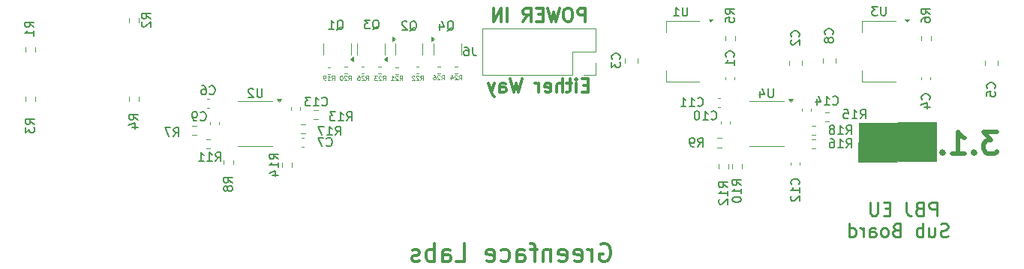
<source format=gbr>
%TF.GenerationSoftware,KiCad,Pcbnew,8.0.5*%
%TF.CreationDate,2025-01-25T11:58:12-08:00*%
%TF.ProjectId,sub,7375622e-6b69-4636-9164-5f7063625858,3.1*%
%TF.SameCoordinates,Original*%
%TF.FileFunction,Legend,Bot*%
%TF.FilePolarity,Positive*%
%FSLAX46Y46*%
G04 Gerber Fmt 4.6, Leading zero omitted, Abs format (unit mm)*
G04 Created by KiCad (PCBNEW 8.0.5) date 2025-01-25 11:58:12*
%MOMM*%
%LPD*%
G01*
G04 APERTURE LIST*
%ADD10C,0.100000*%
%ADD11C,0.500000*%
%ADD12C,0.300000*%
%ADD13C,0.250000*%
%ADD14C,0.150000*%
%ADD15C,0.120000*%
G04 APERTURE END LIST*
D10*
X143606088Y-137614055D02*
X134874000Y-137668000D01*
X134883713Y-133249644D01*
X143615801Y-133195699D01*
X143606088Y-137614055D01*
G36*
X143606088Y-137614055D02*
G01*
X134874000Y-137668000D01*
X134883713Y-133249644D01*
X143615801Y-133195699D01*
X143606088Y-137614055D01*
G37*
D11*
X150534285Y-134266547D02*
X148986666Y-134266547D01*
X148986666Y-134266547D02*
X149819999Y-135218928D01*
X149819999Y-135218928D02*
X149462856Y-135218928D01*
X149462856Y-135218928D02*
X149224761Y-135337976D01*
X149224761Y-135337976D02*
X149105713Y-135457023D01*
X149105713Y-135457023D02*
X148986666Y-135695119D01*
X148986666Y-135695119D02*
X148986666Y-136290357D01*
X148986666Y-136290357D02*
X149105713Y-136528452D01*
X149105713Y-136528452D02*
X149224761Y-136647500D01*
X149224761Y-136647500D02*
X149462856Y-136766547D01*
X149462856Y-136766547D02*
X150177142Y-136766547D01*
X150177142Y-136766547D02*
X150415237Y-136647500D01*
X150415237Y-136647500D02*
X150534285Y-136528452D01*
X147915237Y-136528452D02*
X147796190Y-136647500D01*
X147796190Y-136647500D02*
X147915237Y-136766547D01*
X147915237Y-136766547D02*
X148034285Y-136647500D01*
X148034285Y-136647500D02*
X147915237Y-136528452D01*
X147915237Y-136528452D02*
X147915237Y-136766547D01*
X145415238Y-136766547D02*
X146843809Y-136766547D01*
X146129523Y-136766547D02*
X146129523Y-134266547D01*
X146129523Y-134266547D02*
X146367619Y-134623690D01*
X146367619Y-134623690D02*
X146605714Y-134861785D01*
X146605714Y-134861785D02*
X146843809Y-134980833D01*
X144343809Y-136528452D02*
X144224762Y-136647500D01*
X144224762Y-136647500D02*
X144343809Y-136766547D01*
X144343809Y-136766547D02*
X144462857Y-136647500D01*
X144462857Y-136647500D02*
X144343809Y-136528452D01*
X144343809Y-136528452D02*
X144343809Y-136766547D01*
D12*
X104028572Y-121828328D02*
X104028572Y-120328328D01*
X104028572Y-120328328D02*
X103457143Y-120328328D01*
X103457143Y-120328328D02*
X103314286Y-120399757D01*
X103314286Y-120399757D02*
X103242857Y-120471185D01*
X103242857Y-120471185D02*
X103171429Y-120614042D01*
X103171429Y-120614042D02*
X103171429Y-120828328D01*
X103171429Y-120828328D02*
X103242857Y-120971185D01*
X103242857Y-120971185D02*
X103314286Y-121042614D01*
X103314286Y-121042614D02*
X103457143Y-121114042D01*
X103457143Y-121114042D02*
X104028572Y-121114042D01*
X102242857Y-120328328D02*
X101957143Y-120328328D01*
X101957143Y-120328328D02*
X101814286Y-120399757D01*
X101814286Y-120399757D02*
X101671429Y-120542614D01*
X101671429Y-120542614D02*
X101600000Y-120828328D01*
X101600000Y-120828328D02*
X101600000Y-121328328D01*
X101600000Y-121328328D02*
X101671429Y-121614042D01*
X101671429Y-121614042D02*
X101814286Y-121756900D01*
X101814286Y-121756900D02*
X101957143Y-121828328D01*
X101957143Y-121828328D02*
X102242857Y-121828328D01*
X102242857Y-121828328D02*
X102385715Y-121756900D01*
X102385715Y-121756900D02*
X102528572Y-121614042D01*
X102528572Y-121614042D02*
X102600000Y-121328328D01*
X102600000Y-121328328D02*
X102600000Y-120828328D01*
X102600000Y-120828328D02*
X102528572Y-120542614D01*
X102528572Y-120542614D02*
X102385715Y-120399757D01*
X102385715Y-120399757D02*
X102242857Y-120328328D01*
X101100000Y-120328328D02*
X100742857Y-121828328D01*
X100742857Y-121828328D02*
X100457143Y-120756900D01*
X100457143Y-120756900D02*
X100171428Y-121828328D01*
X100171428Y-121828328D02*
X99814286Y-120328328D01*
X99242857Y-121042614D02*
X98742857Y-121042614D01*
X98528571Y-121828328D02*
X99242857Y-121828328D01*
X99242857Y-121828328D02*
X99242857Y-120328328D01*
X99242857Y-120328328D02*
X98528571Y-120328328D01*
X97028571Y-121828328D02*
X97528571Y-121114042D01*
X97885714Y-121828328D02*
X97885714Y-120328328D01*
X97885714Y-120328328D02*
X97314285Y-120328328D01*
X97314285Y-120328328D02*
X97171428Y-120399757D01*
X97171428Y-120399757D02*
X97099999Y-120471185D01*
X97099999Y-120471185D02*
X97028571Y-120614042D01*
X97028571Y-120614042D02*
X97028571Y-120828328D01*
X97028571Y-120828328D02*
X97099999Y-120971185D01*
X97099999Y-120971185D02*
X97171428Y-121042614D01*
X97171428Y-121042614D02*
X97314285Y-121114042D01*
X97314285Y-121114042D02*
X97885714Y-121114042D01*
X95242857Y-121828328D02*
X95242857Y-120328328D01*
X94528571Y-121828328D02*
X94528571Y-120328328D01*
X94528571Y-120328328D02*
X93671428Y-121828328D01*
X93671428Y-121828328D02*
X93671428Y-120328328D01*
X105755239Y-147014876D02*
X105945715Y-146919638D01*
X105945715Y-146919638D02*
X106231429Y-146919638D01*
X106231429Y-146919638D02*
X106517144Y-147014876D01*
X106517144Y-147014876D02*
X106707620Y-147205352D01*
X106707620Y-147205352D02*
X106802858Y-147395828D01*
X106802858Y-147395828D02*
X106898096Y-147776780D01*
X106898096Y-147776780D02*
X106898096Y-148062495D01*
X106898096Y-148062495D02*
X106802858Y-148443447D01*
X106802858Y-148443447D02*
X106707620Y-148633923D01*
X106707620Y-148633923D02*
X106517144Y-148824400D01*
X106517144Y-148824400D02*
X106231429Y-148919638D01*
X106231429Y-148919638D02*
X106040953Y-148919638D01*
X106040953Y-148919638D02*
X105755239Y-148824400D01*
X105755239Y-148824400D02*
X105660001Y-148729161D01*
X105660001Y-148729161D02*
X105660001Y-148062495D01*
X105660001Y-148062495D02*
X106040953Y-148062495D01*
X104802858Y-148919638D02*
X104802858Y-147586304D01*
X104802858Y-147967257D02*
X104707620Y-147776780D01*
X104707620Y-147776780D02*
X104612382Y-147681542D01*
X104612382Y-147681542D02*
X104421906Y-147586304D01*
X104421906Y-147586304D02*
X104231429Y-147586304D01*
X102802858Y-148824400D02*
X102993334Y-148919638D01*
X102993334Y-148919638D02*
X103374287Y-148919638D01*
X103374287Y-148919638D02*
X103564763Y-148824400D01*
X103564763Y-148824400D02*
X103660001Y-148633923D01*
X103660001Y-148633923D02*
X103660001Y-147872019D01*
X103660001Y-147872019D02*
X103564763Y-147681542D01*
X103564763Y-147681542D02*
X103374287Y-147586304D01*
X103374287Y-147586304D02*
X102993334Y-147586304D01*
X102993334Y-147586304D02*
X102802858Y-147681542D01*
X102802858Y-147681542D02*
X102707620Y-147872019D01*
X102707620Y-147872019D02*
X102707620Y-148062495D01*
X102707620Y-148062495D02*
X103660001Y-148252971D01*
X101088572Y-148824400D02*
X101279048Y-148919638D01*
X101279048Y-148919638D02*
X101660001Y-148919638D01*
X101660001Y-148919638D02*
X101850477Y-148824400D01*
X101850477Y-148824400D02*
X101945715Y-148633923D01*
X101945715Y-148633923D02*
X101945715Y-147872019D01*
X101945715Y-147872019D02*
X101850477Y-147681542D01*
X101850477Y-147681542D02*
X101660001Y-147586304D01*
X101660001Y-147586304D02*
X101279048Y-147586304D01*
X101279048Y-147586304D02*
X101088572Y-147681542D01*
X101088572Y-147681542D02*
X100993334Y-147872019D01*
X100993334Y-147872019D02*
X100993334Y-148062495D01*
X100993334Y-148062495D02*
X101945715Y-148252971D01*
X100136191Y-147586304D02*
X100136191Y-148919638D01*
X100136191Y-147776780D02*
X100040953Y-147681542D01*
X100040953Y-147681542D02*
X99850477Y-147586304D01*
X99850477Y-147586304D02*
X99564762Y-147586304D01*
X99564762Y-147586304D02*
X99374286Y-147681542D01*
X99374286Y-147681542D02*
X99279048Y-147872019D01*
X99279048Y-147872019D02*
X99279048Y-148919638D01*
X98612381Y-147586304D02*
X97850477Y-147586304D01*
X98326667Y-148919638D02*
X98326667Y-147205352D01*
X98326667Y-147205352D02*
X98231429Y-147014876D01*
X98231429Y-147014876D02*
X98040953Y-146919638D01*
X98040953Y-146919638D02*
X97850477Y-146919638D01*
X96326667Y-148919638D02*
X96326667Y-147872019D01*
X96326667Y-147872019D02*
X96421905Y-147681542D01*
X96421905Y-147681542D02*
X96612381Y-147586304D01*
X96612381Y-147586304D02*
X96993334Y-147586304D01*
X96993334Y-147586304D02*
X97183810Y-147681542D01*
X96326667Y-148824400D02*
X96517143Y-148919638D01*
X96517143Y-148919638D02*
X96993334Y-148919638D01*
X96993334Y-148919638D02*
X97183810Y-148824400D01*
X97183810Y-148824400D02*
X97279048Y-148633923D01*
X97279048Y-148633923D02*
X97279048Y-148443447D01*
X97279048Y-148443447D02*
X97183810Y-148252971D01*
X97183810Y-148252971D02*
X96993334Y-148157733D01*
X96993334Y-148157733D02*
X96517143Y-148157733D01*
X96517143Y-148157733D02*
X96326667Y-148062495D01*
X94517143Y-148824400D02*
X94707619Y-148919638D01*
X94707619Y-148919638D02*
X95088572Y-148919638D01*
X95088572Y-148919638D02*
X95279048Y-148824400D01*
X95279048Y-148824400D02*
X95374286Y-148729161D01*
X95374286Y-148729161D02*
X95469524Y-148538685D01*
X95469524Y-148538685D02*
X95469524Y-147967257D01*
X95469524Y-147967257D02*
X95374286Y-147776780D01*
X95374286Y-147776780D02*
X95279048Y-147681542D01*
X95279048Y-147681542D02*
X95088572Y-147586304D01*
X95088572Y-147586304D02*
X94707619Y-147586304D01*
X94707619Y-147586304D02*
X94517143Y-147681542D01*
X92898095Y-148824400D02*
X93088571Y-148919638D01*
X93088571Y-148919638D02*
X93469524Y-148919638D01*
X93469524Y-148919638D02*
X93660000Y-148824400D01*
X93660000Y-148824400D02*
X93755238Y-148633923D01*
X93755238Y-148633923D02*
X93755238Y-147872019D01*
X93755238Y-147872019D02*
X93660000Y-147681542D01*
X93660000Y-147681542D02*
X93469524Y-147586304D01*
X93469524Y-147586304D02*
X93088571Y-147586304D01*
X93088571Y-147586304D02*
X92898095Y-147681542D01*
X92898095Y-147681542D02*
X92802857Y-147872019D01*
X92802857Y-147872019D02*
X92802857Y-148062495D01*
X92802857Y-148062495D02*
X93755238Y-148252971D01*
X89469523Y-148919638D02*
X90421904Y-148919638D01*
X90421904Y-148919638D02*
X90421904Y-146919638D01*
X87945713Y-148919638D02*
X87945713Y-147872019D01*
X87945713Y-147872019D02*
X88040951Y-147681542D01*
X88040951Y-147681542D02*
X88231427Y-147586304D01*
X88231427Y-147586304D02*
X88612380Y-147586304D01*
X88612380Y-147586304D02*
X88802856Y-147681542D01*
X87945713Y-148824400D02*
X88136189Y-148919638D01*
X88136189Y-148919638D02*
X88612380Y-148919638D01*
X88612380Y-148919638D02*
X88802856Y-148824400D01*
X88802856Y-148824400D02*
X88898094Y-148633923D01*
X88898094Y-148633923D02*
X88898094Y-148443447D01*
X88898094Y-148443447D02*
X88802856Y-148252971D01*
X88802856Y-148252971D02*
X88612380Y-148157733D01*
X88612380Y-148157733D02*
X88136189Y-148157733D01*
X88136189Y-148157733D02*
X87945713Y-148062495D01*
X86993332Y-148919638D02*
X86993332Y-146919638D01*
X86993332Y-147681542D02*
X86802856Y-147586304D01*
X86802856Y-147586304D02*
X86421903Y-147586304D01*
X86421903Y-147586304D02*
X86231427Y-147681542D01*
X86231427Y-147681542D02*
X86136189Y-147776780D01*
X86136189Y-147776780D02*
X86040951Y-147967257D01*
X86040951Y-147967257D02*
X86040951Y-148538685D01*
X86040951Y-148538685D02*
X86136189Y-148729161D01*
X86136189Y-148729161D02*
X86231427Y-148824400D01*
X86231427Y-148824400D02*
X86421903Y-148919638D01*
X86421903Y-148919638D02*
X86802856Y-148919638D01*
X86802856Y-148919638D02*
X86993332Y-148824400D01*
X85279046Y-148824400D02*
X85088570Y-148919638D01*
X85088570Y-148919638D02*
X84707618Y-148919638D01*
X84707618Y-148919638D02*
X84517141Y-148824400D01*
X84517141Y-148824400D02*
X84421903Y-148633923D01*
X84421903Y-148633923D02*
X84421903Y-148538685D01*
X84421903Y-148538685D02*
X84517141Y-148348209D01*
X84517141Y-148348209D02*
X84707618Y-148252971D01*
X84707618Y-148252971D02*
X84993332Y-148252971D01*
X84993332Y-148252971D02*
X85183808Y-148157733D01*
X85183808Y-148157733D02*
X85279046Y-147967257D01*
X85279046Y-147967257D02*
X85279046Y-147872019D01*
X85279046Y-147872019D02*
X85183808Y-147681542D01*
X85183808Y-147681542D02*
X84993332Y-147586304D01*
X84993332Y-147586304D02*
X84707618Y-147586304D01*
X84707618Y-147586304D02*
X84517141Y-147681542D01*
D13*
X143691428Y-143743470D02*
X143691428Y-142243470D01*
X143691428Y-142243470D02*
X143119999Y-142243470D01*
X143119999Y-142243470D02*
X142977142Y-142314899D01*
X142977142Y-142314899D02*
X142905713Y-142386327D01*
X142905713Y-142386327D02*
X142834285Y-142529184D01*
X142834285Y-142529184D02*
X142834285Y-142743470D01*
X142834285Y-142743470D02*
X142905713Y-142886327D01*
X142905713Y-142886327D02*
X142977142Y-142957756D01*
X142977142Y-142957756D02*
X143119999Y-143029184D01*
X143119999Y-143029184D02*
X143691428Y-143029184D01*
X141691428Y-142957756D02*
X141477142Y-143029184D01*
X141477142Y-143029184D02*
X141405713Y-143100613D01*
X141405713Y-143100613D02*
X141334285Y-143243470D01*
X141334285Y-143243470D02*
X141334285Y-143457756D01*
X141334285Y-143457756D02*
X141405713Y-143600613D01*
X141405713Y-143600613D02*
X141477142Y-143672042D01*
X141477142Y-143672042D02*
X141619999Y-143743470D01*
X141619999Y-143743470D02*
X142191428Y-143743470D01*
X142191428Y-143743470D02*
X142191428Y-142243470D01*
X142191428Y-142243470D02*
X141691428Y-142243470D01*
X141691428Y-142243470D02*
X141548571Y-142314899D01*
X141548571Y-142314899D02*
X141477142Y-142386327D01*
X141477142Y-142386327D02*
X141405713Y-142529184D01*
X141405713Y-142529184D02*
X141405713Y-142672042D01*
X141405713Y-142672042D02*
X141477142Y-142814899D01*
X141477142Y-142814899D02*
X141548571Y-142886327D01*
X141548571Y-142886327D02*
X141691428Y-142957756D01*
X141691428Y-142957756D02*
X142191428Y-142957756D01*
X140262856Y-142243470D02*
X140262856Y-143314899D01*
X140262856Y-143314899D02*
X140334285Y-143529184D01*
X140334285Y-143529184D02*
X140477142Y-143672042D01*
X140477142Y-143672042D02*
X140691428Y-143743470D01*
X140691428Y-143743470D02*
X140834285Y-143743470D01*
X138405714Y-142957756D02*
X137905714Y-142957756D01*
X137691428Y-143743470D02*
X138405714Y-143743470D01*
X138405714Y-143743470D02*
X138405714Y-142243470D01*
X138405714Y-142243470D02*
X137691428Y-142243470D01*
X137048571Y-142243470D02*
X137048571Y-143457756D01*
X137048571Y-143457756D02*
X136977142Y-143600613D01*
X136977142Y-143600613D02*
X136905714Y-143672042D01*
X136905714Y-143672042D02*
X136762856Y-143743470D01*
X136762856Y-143743470D02*
X136477142Y-143743470D01*
X136477142Y-143743470D02*
X136334285Y-143672042D01*
X136334285Y-143672042D02*
X136262856Y-143600613D01*
X136262856Y-143600613D02*
X136191428Y-143457756D01*
X136191428Y-143457756D02*
X136191428Y-142243470D01*
X144977142Y-146086958D02*
X144762857Y-146158386D01*
X144762857Y-146158386D02*
X144405714Y-146158386D01*
X144405714Y-146158386D02*
X144262857Y-146086958D01*
X144262857Y-146086958D02*
X144191428Y-146015529D01*
X144191428Y-146015529D02*
X144119999Y-145872672D01*
X144119999Y-145872672D02*
X144119999Y-145729815D01*
X144119999Y-145729815D02*
X144191428Y-145586958D01*
X144191428Y-145586958D02*
X144262857Y-145515529D01*
X144262857Y-145515529D02*
X144405714Y-145444100D01*
X144405714Y-145444100D02*
X144691428Y-145372672D01*
X144691428Y-145372672D02*
X144834285Y-145301243D01*
X144834285Y-145301243D02*
X144905714Y-145229815D01*
X144905714Y-145229815D02*
X144977142Y-145086958D01*
X144977142Y-145086958D02*
X144977142Y-144944100D01*
X144977142Y-144944100D02*
X144905714Y-144801243D01*
X144905714Y-144801243D02*
X144834285Y-144729815D01*
X144834285Y-144729815D02*
X144691428Y-144658386D01*
X144691428Y-144658386D02*
X144334285Y-144658386D01*
X144334285Y-144658386D02*
X144119999Y-144729815D01*
X142834286Y-145158386D02*
X142834286Y-146158386D01*
X143477143Y-145158386D02*
X143477143Y-145944100D01*
X143477143Y-145944100D02*
X143405714Y-146086958D01*
X143405714Y-146086958D02*
X143262857Y-146158386D01*
X143262857Y-146158386D02*
X143048571Y-146158386D01*
X143048571Y-146158386D02*
X142905714Y-146086958D01*
X142905714Y-146086958D02*
X142834286Y-146015529D01*
X142120000Y-146158386D02*
X142120000Y-144658386D01*
X142120000Y-145229815D02*
X141977143Y-145158386D01*
X141977143Y-145158386D02*
X141691428Y-145158386D01*
X141691428Y-145158386D02*
X141548571Y-145229815D01*
X141548571Y-145229815D02*
X141477143Y-145301243D01*
X141477143Y-145301243D02*
X141405714Y-145444100D01*
X141405714Y-145444100D02*
X141405714Y-145872672D01*
X141405714Y-145872672D02*
X141477143Y-146015529D01*
X141477143Y-146015529D02*
X141548571Y-146086958D01*
X141548571Y-146086958D02*
X141691428Y-146158386D01*
X141691428Y-146158386D02*
X141977143Y-146158386D01*
X141977143Y-146158386D02*
X142120000Y-146086958D01*
X139120000Y-145372672D02*
X138905714Y-145444100D01*
X138905714Y-145444100D02*
X138834285Y-145515529D01*
X138834285Y-145515529D02*
X138762857Y-145658386D01*
X138762857Y-145658386D02*
X138762857Y-145872672D01*
X138762857Y-145872672D02*
X138834285Y-146015529D01*
X138834285Y-146015529D02*
X138905714Y-146086958D01*
X138905714Y-146086958D02*
X139048571Y-146158386D01*
X139048571Y-146158386D02*
X139620000Y-146158386D01*
X139620000Y-146158386D02*
X139620000Y-144658386D01*
X139620000Y-144658386D02*
X139120000Y-144658386D01*
X139120000Y-144658386D02*
X138977143Y-144729815D01*
X138977143Y-144729815D02*
X138905714Y-144801243D01*
X138905714Y-144801243D02*
X138834285Y-144944100D01*
X138834285Y-144944100D02*
X138834285Y-145086958D01*
X138834285Y-145086958D02*
X138905714Y-145229815D01*
X138905714Y-145229815D02*
X138977143Y-145301243D01*
X138977143Y-145301243D02*
X139120000Y-145372672D01*
X139120000Y-145372672D02*
X139620000Y-145372672D01*
X137905714Y-146158386D02*
X138048571Y-146086958D01*
X138048571Y-146086958D02*
X138120000Y-146015529D01*
X138120000Y-146015529D02*
X138191428Y-145872672D01*
X138191428Y-145872672D02*
X138191428Y-145444100D01*
X138191428Y-145444100D02*
X138120000Y-145301243D01*
X138120000Y-145301243D02*
X138048571Y-145229815D01*
X138048571Y-145229815D02*
X137905714Y-145158386D01*
X137905714Y-145158386D02*
X137691428Y-145158386D01*
X137691428Y-145158386D02*
X137548571Y-145229815D01*
X137548571Y-145229815D02*
X137477143Y-145301243D01*
X137477143Y-145301243D02*
X137405714Y-145444100D01*
X137405714Y-145444100D02*
X137405714Y-145872672D01*
X137405714Y-145872672D02*
X137477143Y-146015529D01*
X137477143Y-146015529D02*
X137548571Y-146086958D01*
X137548571Y-146086958D02*
X137691428Y-146158386D01*
X137691428Y-146158386D02*
X137905714Y-146158386D01*
X136120000Y-146158386D02*
X136120000Y-145372672D01*
X136120000Y-145372672D02*
X136191428Y-145229815D01*
X136191428Y-145229815D02*
X136334285Y-145158386D01*
X136334285Y-145158386D02*
X136620000Y-145158386D01*
X136620000Y-145158386D02*
X136762857Y-145229815D01*
X136120000Y-146086958D02*
X136262857Y-146158386D01*
X136262857Y-146158386D02*
X136620000Y-146158386D01*
X136620000Y-146158386D02*
X136762857Y-146086958D01*
X136762857Y-146086958D02*
X136834285Y-145944100D01*
X136834285Y-145944100D02*
X136834285Y-145801243D01*
X136834285Y-145801243D02*
X136762857Y-145658386D01*
X136762857Y-145658386D02*
X136620000Y-145586958D01*
X136620000Y-145586958D02*
X136262857Y-145586958D01*
X136262857Y-145586958D02*
X136120000Y-145515529D01*
X135405714Y-146158386D02*
X135405714Y-145158386D01*
X135405714Y-145444100D02*
X135334285Y-145301243D01*
X135334285Y-145301243D02*
X135262857Y-145229815D01*
X135262857Y-145229815D02*
X135119999Y-145158386D01*
X135119999Y-145158386D02*
X134977142Y-145158386D01*
X133834286Y-146158386D02*
X133834286Y-144658386D01*
X133834286Y-146086958D02*
X133977143Y-146158386D01*
X133977143Y-146158386D02*
X134262857Y-146158386D01*
X134262857Y-146158386D02*
X134405714Y-146086958D01*
X134405714Y-146086958D02*
X134477143Y-146015529D01*
X134477143Y-146015529D02*
X134548571Y-145872672D01*
X134548571Y-145872672D02*
X134548571Y-145444100D01*
X134548571Y-145444100D02*
X134477143Y-145301243D01*
X134477143Y-145301243D02*
X134405714Y-145229815D01*
X134405714Y-145229815D02*
X134262857Y-145158386D01*
X134262857Y-145158386D02*
X133977143Y-145158386D01*
X133977143Y-145158386D02*
X133834286Y-145229815D01*
D12*
X104371428Y-129042614D02*
X103871428Y-129042614D01*
X103657142Y-129828328D02*
X104371428Y-129828328D01*
X104371428Y-129828328D02*
X104371428Y-128328328D01*
X104371428Y-128328328D02*
X103657142Y-128328328D01*
X103014285Y-129828328D02*
X103014285Y-128828328D01*
X103014285Y-128328328D02*
X103085713Y-128399757D01*
X103085713Y-128399757D02*
X103014285Y-128471185D01*
X103014285Y-128471185D02*
X102942856Y-128399757D01*
X102942856Y-128399757D02*
X103014285Y-128328328D01*
X103014285Y-128328328D02*
X103014285Y-128471185D01*
X102514284Y-128828328D02*
X101942856Y-128828328D01*
X102299999Y-128328328D02*
X102299999Y-129614042D01*
X102299999Y-129614042D02*
X102228570Y-129756900D01*
X102228570Y-129756900D02*
X102085713Y-129828328D01*
X102085713Y-129828328D02*
X101942856Y-129828328D01*
X101442856Y-129828328D02*
X101442856Y-128328328D01*
X100799999Y-129828328D02*
X100799999Y-129042614D01*
X100799999Y-129042614D02*
X100871427Y-128899757D01*
X100871427Y-128899757D02*
X101014284Y-128828328D01*
X101014284Y-128828328D02*
X101228570Y-128828328D01*
X101228570Y-128828328D02*
X101371427Y-128899757D01*
X101371427Y-128899757D02*
X101442856Y-128971185D01*
X99514284Y-129756900D02*
X99657141Y-129828328D01*
X99657141Y-129828328D02*
X99942856Y-129828328D01*
X99942856Y-129828328D02*
X100085713Y-129756900D01*
X100085713Y-129756900D02*
X100157141Y-129614042D01*
X100157141Y-129614042D02*
X100157141Y-129042614D01*
X100157141Y-129042614D02*
X100085713Y-128899757D01*
X100085713Y-128899757D02*
X99942856Y-128828328D01*
X99942856Y-128828328D02*
X99657141Y-128828328D01*
X99657141Y-128828328D02*
X99514284Y-128899757D01*
X99514284Y-128899757D02*
X99442856Y-129042614D01*
X99442856Y-129042614D02*
X99442856Y-129185471D01*
X99442856Y-129185471D02*
X100157141Y-129328328D01*
X98799999Y-129828328D02*
X98799999Y-128828328D01*
X98799999Y-129114042D02*
X98728570Y-128971185D01*
X98728570Y-128971185D02*
X98657142Y-128899757D01*
X98657142Y-128899757D02*
X98514284Y-128828328D01*
X98514284Y-128828328D02*
X98371427Y-128828328D01*
X96871428Y-128328328D02*
X96514285Y-129828328D01*
X96514285Y-129828328D02*
X96228571Y-128756900D01*
X96228571Y-128756900D02*
X95942856Y-129828328D01*
X95942856Y-129828328D02*
X95585714Y-128328328D01*
X94371428Y-129828328D02*
X94371428Y-129042614D01*
X94371428Y-129042614D02*
X94442856Y-128899757D01*
X94442856Y-128899757D02*
X94585713Y-128828328D01*
X94585713Y-128828328D02*
X94871428Y-128828328D01*
X94871428Y-128828328D02*
X95014285Y-128899757D01*
X94371428Y-129756900D02*
X94514285Y-129828328D01*
X94514285Y-129828328D02*
X94871428Y-129828328D01*
X94871428Y-129828328D02*
X95014285Y-129756900D01*
X95014285Y-129756900D02*
X95085713Y-129614042D01*
X95085713Y-129614042D02*
X95085713Y-129471185D01*
X95085713Y-129471185D02*
X95014285Y-129328328D01*
X95014285Y-129328328D02*
X94871428Y-129256900D01*
X94871428Y-129256900D02*
X94514285Y-129256900D01*
X94514285Y-129256900D02*
X94371428Y-129185471D01*
X93799999Y-128828328D02*
X93442856Y-129828328D01*
X93085713Y-128828328D02*
X93442856Y-129828328D01*
X93442856Y-129828328D02*
X93585713Y-130185471D01*
X93585713Y-130185471D02*
X93657142Y-130256900D01*
X93657142Y-130256900D02*
X93799999Y-130328328D01*
D14*
X135071857Y-132788819D02*
X135405190Y-132312628D01*
X135643285Y-132788819D02*
X135643285Y-131788819D01*
X135643285Y-131788819D02*
X135262333Y-131788819D01*
X135262333Y-131788819D02*
X135167095Y-131836438D01*
X135167095Y-131836438D02*
X135119476Y-131884057D01*
X135119476Y-131884057D02*
X135071857Y-131979295D01*
X135071857Y-131979295D02*
X135071857Y-132122152D01*
X135071857Y-132122152D02*
X135119476Y-132217390D01*
X135119476Y-132217390D02*
X135167095Y-132265009D01*
X135167095Y-132265009D02*
X135262333Y-132312628D01*
X135262333Y-132312628D02*
X135643285Y-132312628D01*
X134119476Y-132788819D02*
X134690904Y-132788819D01*
X134405190Y-132788819D02*
X134405190Y-131788819D01*
X134405190Y-131788819D02*
X134500428Y-131931676D01*
X134500428Y-131931676D02*
X134595666Y-132026914D01*
X134595666Y-132026914D02*
X134690904Y-132074533D01*
X133214714Y-131788819D02*
X133690904Y-131788819D01*
X133690904Y-131788819D02*
X133738523Y-132265009D01*
X133738523Y-132265009D02*
X133690904Y-132217390D01*
X133690904Y-132217390D02*
X133595666Y-132169771D01*
X133595666Y-132169771D02*
X133357571Y-132169771D01*
X133357571Y-132169771D02*
X133262333Y-132217390D01*
X133262333Y-132217390D02*
X133214714Y-132265009D01*
X133214714Y-132265009D02*
X133167095Y-132360247D01*
X133167095Y-132360247D02*
X133167095Y-132598342D01*
X133167095Y-132598342D02*
X133214714Y-132693580D01*
X133214714Y-132693580D02*
X133262333Y-132741200D01*
X133262333Y-132741200D02*
X133357571Y-132788819D01*
X133357571Y-132788819D02*
X133595666Y-132788819D01*
X133595666Y-132788819D02*
X133690904Y-132741200D01*
X133690904Y-132741200D02*
X133738523Y-132693580D01*
D10*
X85421428Y-128446109D02*
X85588094Y-128208014D01*
X85707142Y-128446109D02*
X85707142Y-127946109D01*
X85707142Y-127946109D02*
X85516666Y-127946109D01*
X85516666Y-127946109D02*
X85469047Y-127969919D01*
X85469047Y-127969919D02*
X85445237Y-127993728D01*
X85445237Y-127993728D02*
X85421428Y-128041347D01*
X85421428Y-128041347D02*
X85421428Y-128112776D01*
X85421428Y-128112776D02*
X85445237Y-128160395D01*
X85445237Y-128160395D02*
X85469047Y-128184204D01*
X85469047Y-128184204D02*
X85516666Y-128208014D01*
X85516666Y-128208014D02*
X85707142Y-128208014D01*
X85230951Y-127993728D02*
X85207142Y-127969919D01*
X85207142Y-127969919D02*
X85159523Y-127946109D01*
X85159523Y-127946109D02*
X85040475Y-127946109D01*
X85040475Y-127946109D02*
X84992856Y-127969919D01*
X84992856Y-127969919D02*
X84969047Y-127993728D01*
X84969047Y-127993728D02*
X84945237Y-128041347D01*
X84945237Y-128041347D02*
X84945237Y-128088966D01*
X84945237Y-128088966D02*
X84969047Y-128160395D01*
X84969047Y-128160395D02*
X85254761Y-128446109D01*
X85254761Y-128446109D02*
X84945237Y-128446109D01*
X84754761Y-127993728D02*
X84730952Y-127969919D01*
X84730952Y-127969919D02*
X84683333Y-127946109D01*
X84683333Y-127946109D02*
X84564285Y-127946109D01*
X84564285Y-127946109D02*
X84516666Y-127969919D01*
X84516666Y-127969919D02*
X84492857Y-127993728D01*
X84492857Y-127993728D02*
X84469047Y-128041347D01*
X84469047Y-128041347D02*
X84469047Y-128088966D01*
X84469047Y-128088966D02*
X84492857Y-128160395D01*
X84492857Y-128160395D02*
X84778571Y-128446109D01*
X84778571Y-128446109D02*
X84469047Y-128446109D01*
D14*
X84235238Y-122890057D02*
X84330476Y-122842438D01*
X84330476Y-122842438D02*
X84425714Y-122747200D01*
X84425714Y-122747200D02*
X84568571Y-122604342D01*
X84568571Y-122604342D02*
X84663809Y-122556723D01*
X84663809Y-122556723D02*
X84759047Y-122556723D01*
X84711428Y-122794819D02*
X84806666Y-122747200D01*
X84806666Y-122747200D02*
X84901904Y-122651961D01*
X84901904Y-122651961D02*
X84949523Y-122461485D01*
X84949523Y-122461485D02*
X84949523Y-122128152D01*
X84949523Y-122128152D02*
X84901904Y-121937676D01*
X84901904Y-121937676D02*
X84806666Y-121842438D01*
X84806666Y-121842438D02*
X84711428Y-121794819D01*
X84711428Y-121794819D02*
X84520952Y-121794819D01*
X84520952Y-121794819D02*
X84425714Y-121842438D01*
X84425714Y-121842438D02*
X84330476Y-121937676D01*
X84330476Y-121937676D02*
X84282857Y-122128152D01*
X84282857Y-122128152D02*
X84282857Y-122461485D01*
X84282857Y-122461485D02*
X84330476Y-122651961D01*
X84330476Y-122651961D02*
X84425714Y-122747200D01*
X84425714Y-122747200D02*
X84520952Y-122794819D01*
X84520952Y-122794819D02*
X84711428Y-122794819D01*
X83901904Y-121890057D02*
X83854285Y-121842438D01*
X83854285Y-121842438D02*
X83759047Y-121794819D01*
X83759047Y-121794819D02*
X83520952Y-121794819D01*
X83520952Y-121794819D02*
X83425714Y-121842438D01*
X83425714Y-121842438D02*
X83378095Y-121890057D01*
X83378095Y-121890057D02*
X83330476Y-121985295D01*
X83330476Y-121985295D02*
X83330476Y-122080533D01*
X83330476Y-122080533D02*
X83378095Y-122223390D01*
X83378095Y-122223390D02*
X83949523Y-122794819D01*
X83949523Y-122794819D02*
X83330476Y-122794819D01*
X54970819Y-121499333D02*
X54494628Y-121166000D01*
X54970819Y-120927905D02*
X53970819Y-120927905D01*
X53970819Y-120927905D02*
X53970819Y-121308857D01*
X53970819Y-121308857D02*
X54018438Y-121404095D01*
X54018438Y-121404095D02*
X54066057Y-121451714D01*
X54066057Y-121451714D02*
X54161295Y-121499333D01*
X54161295Y-121499333D02*
X54304152Y-121499333D01*
X54304152Y-121499333D02*
X54399390Y-121451714D01*
X54399390Y-121451714D02*
X54447009Y-121404095D01*
X54447009Y-121404095D02*
X54494628Y-121308857D01*
X54494628Y-121308857D02*
X54494628Y-120927905D01*
X54066057Y-121880286D02*
X54018438Y-121927905D01*
X54018438Y-121927905D02*
X53970819Y-122023143D01*
X53970819Y-122023143D02*
X53970819Y-122261238D01*
X53970819Y-122261238D02*
X54018438Y-122356476D01*
X54018438Y-122356476D02*
X54066057Y-122404095D01*
X54066057Y-122404095D02*
X54161295Y-122451714D01*
X54161295Y-122451714D02*
X54256533Y-122451714D01*
X54256533Y-122451714D02*
X54399390Y-122404095D01*
X54399390Y-122404095D02*
X54970819Y-121832667D01*
X54970819Y-121832667D02*
X54970819Y-122451714D01*
X69382819Y-137370142D02*
X68906628Y-137036809D01*
X69382819Y-136798714D02*
X68382819Y-136798714D01*
X68382819Y-136798714D02*
X68382819Y-137179666D01*
X68382819Y-137179666D02*
X68430438Y-137274904D01*
X68430438Y-137274904D02*
X68478057Y-137322523D01*
X68478057Y-137322523D02*
X68573295Y-137370142D01*
X68573295Y-137370142D02*
X68716152Y-137370142D01*
X68716152Y-137370142D02*
X68811390Y-137322523D01*
X68811390Y-137322523D02*
X68859009Y-137274904D01*
X68859009Y-137274904D02*
X68906628Y-137179666D01*
X68906628Y-137179666D02*
X68906628Y-136798714D01*
X69382819Y-138322523D02*
X69382819Y-137751095D01*
X69382819Y-138036809D02*
X68382819Y-138036809D01*
X68382819Y-138036809D02*
X68525676Y-137941571D01*
X68525676Y-137941571D02*
X68620914Y-137846333D01*
X68620914Y-137846333D02*
X68668533Y-137751095D01*
X68716152Y-139179666D02*
X69382819Y-139179666D01*
X68335200Y-138941571D02*
X69049485Y-138703476D01*
X69049485Y-138703476D02*
X69049485Y-139322523D01*
D10*
X77301428Y-128456109D02*
X77468094Y-128218014D01*
X77587142Y-128456109D02*
X77587142Y-127956109D01*
X77587142Y-127956109D02*
X77396666Y-127956109D01*
X77396666Y-127956109D02*
X77349047Y-127979919D01*
X77349047Y-127979919D02*
X77325237Y-128003728D01*
X77325237Y-128003728D02*
X77301428Y-128051347D01*
X77301428Y-128051347D02*
X77301428Y-128122776D01*
X77301428Y-128122776D02*
X77325237Y-128170395D01*
X77325237Y-128170395D02*
X77349047Y-128194204D01*
X77349047Y-128194204D02*
X77396666Y-128218014D01*
X77396666Y-128218014D02*
X77587142Y-128218014D01*
X77110951Y-128003728D02*
X77087142Y-127979919D01*
X77087142Y-127979919D02*
X77039523Y-127956109D01*
X77039523Y-127956109D02*
X76920475Y-127956109D01*
X76920475Y-127956109D02*
X76872856Y-127979919D01*
X76872856Y-127979919D02*
X76849047Y-128003728D01*
X76849047Y-128003728D02*
X76825237Y-128051347D01*
X76825237Y-128051347D02*
X76825237Y-128098966D01*
X76825237Y-128098966D02*
X76849047Y-128170395D01*
X76849047Y-128170395D02*
X77134761Y-128456109D01*
X77134761Y-128456109D02*
X76825237Y-128456109D01*
X76515714Y-127956109D02*
X76468095Y-127956109D01*
X76468095Y-127956109D02*
X76420476Y-127979919D01*
X76420476Y-127979919D02*
X76396666Y-128003728D01*
X76396666Y-128003728D02*
X76372857Y-128051347D01*
X76372857Y-128051347D02*
X76349047Y-128146585D01*
X76349047Y-128146585D02*
X76349047Y-128265633D01*
X76349047Y-128265633D02*
X76372857Y-128360871D01*
X76372857Y-128360871D02*
X76396666Y-128408490D01*
X76396666Y-128408490D02*
X76420476Y-128432300D01*
X76420476Y-128432300D02*
X76468095Y-128456109D01*
X76468095Y-128456109D02*
X76515714Y-128456109D01*
X76515714Y-128456109D02*
X76563333Y-128432300D01*
X76563333Y-128432300D02*
X76587142Y-128408490D01*
X76587142Y-128408490D02*
X76610952Y-128360871D01*
X76610952Y-128360871D02*
X76634761Y-128265633D01*
X76634761Y-128265633D02*
X76634761Y-128146585D01*
X76634761Y-128146585D02*
X76610952Y-128051347D01*
X76610952Y-128051347D02*
X76587142Y-128003728D01*
X76587142Y-128003728D02*
X76563333Y-127979919D01*
X76563333Y-127979919D02*
X76515714Y-127956109D01*
D14*
X75995238Y-122780057D02*
X76090476Y-122732438D01*
X76090476Y-122732438D02*
X76185714Y-122637200D01*
X76185714Y-122637200D02*
X76328571Y-122494342D01*
X76328571Y-122494342D02*
X76423809Y-122446723D01*
X76423809Y-122446723D02*
X76519047Y-122446723D01*
X76471428Y-122684819D02*
X76566666Y-122637200D01*
X76566666Y-122637200D02*
X76661904Y-122541961D01*
X76661904Y-122541961D02*
X76709523Y-122351485D01*
X76709523Y-122351485D02*
X76709523Y-122018152D01*
X76709523Y-122018152D02*
X76661904Y-121827676D01*
X76661904Y-121827676D02*
X76566666Y-121732438D01*
X76566666Y-121732438D02*
X76471428Y-121684819D01*
X76471428Y-121684819D02*
X76280952Y-121684819D01*
X76280952Y-121684819D02*
X76185714Y-121732438D01*
X76185714Y-121732438D02*
X76090476Y-121827676D01*
X76090476Y-121827676D02*
X76042857Y-122018152D01*
X76042857Y-122018152D02*
X76042857Y-122351485D01*
X76042857Y-122351485D02*
X76090476Y-122541961D01*
X76090476Y-122541961D02*
X76185714Y-122637200D01*
X76185714Y-122637200D02*
X76280952Y-122684819D01*
X76280952Y-122684819D02*
X76471428Y-122684819D01*
X75090476Y-122684819D02*
X75661904Y-122684819D01*
X75376190Y-122684819D02*
X75376190Y-121684819D01*
X75376190Y-121684819D02*
X75471428Y-121827676D01*
X75471428Y-121827676D02*
X75566666Y-121922914D01*
X75566666Y-121922914D02*
X75661904Y-121970533D01*
X137969904Y-120154819D02*
X137969904Y-120964342D01*
X137969904Y-120964342D02*
X137922285Y-121059580D01*
X137922285Y-121059580D02*
X137874666Y-121107200D01*
X137874666Y-121107200D02*
X137779428Y-121154819D01*
X137779428Y-121154819D02*
X137588952Y-121154819D01*
X137588952Y-121154819D02*
X137493714Y-121107200D01*
X137493714Y-121107200D02*
X137446095Y-121059580D01*
X137446095Y-121059580D02*
X137398476Y-120964342D01*
X137398476Y-120964342D02*
X137398476Y-120154819D01*
X137017523Y-120154819D02*
X136398476Y-120154819D01*
X136398476Y-120154819D02*
X136731809Y-120535771D01*
X136731809Y-120535771D02*
X136588952Y-120535771D01*
X136588952Y-120535771D02*
X136493714Y-120583390D01*
X136493714Y-120583390D02*
X136446095Y-120631009D01*
X136446095Y-120631009D02*
X136398476Y-120726247D01*
X136398476Y-120726247D02*
X136398476Y-120964342D01*
X136398476Y-120964342D02*
X136446095Y-121059580D01*
X136446095Y-121059580D02*
X136493714Y-121107200D01*
X136493714Y-121107200D02*
X136588952Y-121154819D01*
X136588952Y-121154819D02*
X136874666Y-121154819D01*
X136874666Y-121154819D02*
X136969904Y-121107200D01*
X136969904Y-121107200D02*
X137017523Y-121059580D01*
X142853580Y-130643333D02*
X142901200Y-130595714D01*
X142901200Y-130595714D02*
X142948819Y-130452857D01*
X142948819Y-130452857D02*
X142948819Y-130357619D01*
X142948819Y-130357619D02*
X142901200Y-130214762D01*
X142901200Y-130214762D02*
X142805961Y-130119524D01*
X142805961Y-130119524D02*
X142710723Y-130071905D01*
X142710723Y-130071905D02*
X142520247Y-130024286D01*
X142520247Y-130024286D02*
X142377390Y-130024286D01*
X142377390Y-130024286D02*
X142186914Y-130071905D01*
X142186914Y-130071905D02*
X142091676Y-130119524D01*
X142091676Y-130119524D02*
X141996438Y-130214762D01*
X141996438Y-130214762D02*
X141948819Y-130357619D01*
X141948819Y-130357619D02*
X141948819Y-130452857D01*
X141948819Y-130452857D02*
X141996438Y-130595714D01*
X141996438Y-130595714D02*
X142044057Y-130643333D01*
X142282152Y-131500476D02*
X142948819Y-131500476D01*
X141901200Y-131262381D02*
X142615485Y-131024286D01*
X142615485Y-131024286D02*
X142615485Y-131643333D01*
X116752666Y-135990819D02*
X117085999Y-135514628D01*
X117324094Y-135990819D02*
X117324094Y-134990819D01*
X117324094Y-134990819D02*
X116943142Y-134990819D01*
X116943142Y-134990819D02*
X116847904Y-135038438D01*
X116847904Y-135038438D02*
X116800285Y-135086057D01*
X116800285Y-135086057D02*
X116752666Y-135181295D01*
X116752666Y-135181295D02*
X116752666Y-135324152D01*
X116752666Y-135324152D02*
X116800285Y-135419390D01*
X116800285Y-135419390D02*
X116847904Y-135467009D01*
X116847904Y-135467009D02*
X116943142Y-135514628D01*
X116943142Y-135514628D02*
X117324094Y-135514628D01*
X116276475Y-135990819D02*
X116085999Y-135990819D01*
X116085999Y-135990819D02*
X115990761Y-135943200D01*
X115990761Y-135943200D02*
X115943142Y-135895580D01*
X115943142Y-135895580D02*
X115847904Y-135752723D01*
X115847904Y-135752723D02*
X115800285Y-135562247D01*
X115800285Y-135562247D02*
X115800285Y-135181295D01*
X115800285Y-135181295D02*
X115847904Y-135086057D01*
X115847904Y-135086057D02*
X115895523Y-135038438D01*
X115895523Y-135038438D02*
X115990761Y-134990819D01*
X115990761Y-134990819D02*
X116181237Y-134990819D01*
X116181237Y-134990819D02*
X116276475Y-135038438D01*
X116276475Y-135038438D02*
X116324094Y-135086057D01*
X116324094Y-135086057D02*
X116371713Y-135181295D01*
X116371713Y-135181295D02*
X116371713Y-135419390D01*
X116371713Y-135419390D02*
X116324094Y-135514628D01*
X116324094Y-135514628D02*
X116276475Y-135562247D01*
X116276475Y-135562247D02*
X116181237Y-135609866D01*
X116181237Y-135609866D02*
X115990761Y-135609866D01*
X115990761Y-135609866D02*
X115895523Y-135562247D01*
X115895523Y-135562247D02*
X115847904Y-135514628D01*
X115847904Y-135514628D02*
X115800285Y-135419390D01*
D10*
X81181428Y-128476109D02*
X81348094Y-128238014D01*
X81467142Y-128476109D02*
X81467142Y-127976109D01*
X81467142Y-127976109D02*
X81276666Y-127976109D01*
X81276666Y-127976109D02*
X81229047Y-127999919D01*
X81229047Y-127999919D02*
X81205237Y-128023728D01*
X81205237Y-128023728D02*
X81181428Y-128071347D01*
X81181428Y-128071347D02*
X81181428Y-128142776D01*
X81181428Y-128142776D02*
X81205237Y-128190395D01*
X81205237Y-128190395D02*
X81229047Y-128214204D01*
X81229047Y-128214204D02*
X81276666Y-128238014D01*
X81276666Y-128238014D02*
X81467142Y-128238014D01*
X80990951Y-128023728D02*
X80967142Y-127999919D01*
X80967142Y-127999919D02*
X80919523Y-127976109D01*
X80919523Y-127976109D02*
X80800475Y-127976109D01*
X80800475Y-127976109D02*
X80752856Y-127999919D01*
X80752856Y-127999919D02*
X80729047Y-128023728D01*
X80729047Y-128023728D02*
X80705237Y-128071347D01*
X80705237Y-128071347D02*
X80705237Y-128118966D01*
X80705237Y-128118966D02*
X80729047Y-128190395D01*
X80729047Y-128190395D02*
X81014761Y-128476109D01*
X81014761Y-128476109D02*
X80705237Y-128476109D01*
X80538571Y-127976109D02*
X80229047Y-127976109D01*
X80229047Y-127976109D02*
X80395714Y-128166585D01*
X80395714Y-128166585D02*
X80324285Y-128166585D01*
X80324285Y-128166585D02*
X80276666Y-128190395D01*
X80276666Y-128190395D02*
X80252857Y-128214204D01*
X80252857Y-128214204D02*
X80229047Y-128261823D01*
X80229047Y-128261823D02*
X80229047Y-128380871D01*
X80229047Y-128380871D02*
X80252857Y-128428490D01*
X80252857Y-128428490D02*
X80276666Y-128452300D01*
X80276666Y-128452300D02*
X80324285Y-128476109D01*
X80324285Y-128476109D02*
X80467142Y-128476109D01*
X80467142Y-128476109D02*
X80514761Y-128452300D01*
X80514761Y-128452300D02*
X80538571Y-128428490D01*
D14*
X107899580Y-126071333D02*
X107947200Y-126023714D01*
X107947200Y-126023714D02*
X107994819Y-125880857D01*
X107994819Y-125880857D02*
X107994819Y-125785619D01*
X107994819Y-125785619D02*
X107947200Y-125642762D01*
X107947200Y-125642762D02*
X107851961Y-125547524D01*
X107851961Y-125547524D02*
X107756723Y-125499905D01*
X107756723Y-125499905D02*
X107566247Y-125452286D01*
X107566247Y-125452286D02*
X107423390Y-125452286D01*
X107423390Y-125452286D02*
X107232914Y-125499905D01*
X107232914Y-125499905D02*
X107137676Y-125547524D01*
X107137676Y-125547524D02*
X107042438Y-125642762D01*
X107042438Y-125642762D02*
X106994819Y-125785619D01*
X106994819Y-125785619D02*
X106994819Y-125880857D01*
X106994819Y-125880857D02*
X107042438Y-126023714D01*
X107042438Y-126023714D02*
X107090057Y-126071333D01*
X106994819Y-126404667D02*
X106994819Y-127023714D01*
X106994819Y-127023714D02*
X107375771Y-126690381D01*
X107375771Y-126690381D02*
X107375771Y-126833238D01*
X107375771Y-126833238D02*
X107423390Y-126928476D01*
X107423390Y-126928476D02*
X107471009Y-126976095D01*
X107471009Y-126976095D02*
X107566247Y-127023714D01*
X107566247Y-127023714D02*
X107804342Y-127023714D01*
X107804342Y-127023714D02*
X107899580Y-126976095D01*
X107899580Y-126976095D02*
X107947200Y-126928476D01*
X107947200Y-126928476D02*
X107994819Y-126833238D01*
X107994819Y-126833238D02*
X107994819Y-126547524D01*
X107994819Y-126547524D02*
X107947200Y-126452286D01*
X107947200Y-126452286D02*
X107899580Y-126404667D01*
X41804819Y-122473333D02*
X41328628Y-122140000D01*
X41804819Y-121901905D02*
X40804819Y-121901905D01*
X40804819Y-121901905D02*
X40804819Y-122282857D01*
X40804819Y-122282857D02*
X40852438Y-122378095D01*
X40852438Y-122378095D02*
X40900057Y-122425714D01*
X40900057Y-122425714D02*
X40995295Y-122473333D01*
X40995295Y-122473333D02*
X41138152Y-122473333D01*
X41138152Y-122473333D02*
X41233390Y-122425714D01*
X41233390Y-122425714D02*
X41281009Y-122378095D01*
X41281009Y-122378095D02*
X41328628Y-122282857D01*
X41328628Y-122282857D02*
X41328628Y-121901905D01*
X41804819Y-123425714D02*
X41804819Y-122854286D01*
X41804819Y-123140000D02*
X40804819Y-123140000D01*
X40804819Y-123140000D02*
X40947676Y-123044762D01*
X40947676Y-123044762D02*
X41042914Y-122949524D01*
X41042914Y-122949524D02*
X41090533Y-122854286D01*
X120755580Y-125817333D02*
X120803200Y-125769714D01*
X120803200Y-125769714D02*
X120850819Y-125626857D01*
X120850819Y-125626857D02*
X120850819Y-125531619D01*
X120850819Y-125531619D02*
X120803200Y-125388762D01*
X120803200Y-125388762D02*
X120707961Y-125293524D01*
X120707961Y-125293524D02*
X120612723Y-125245905D01*
X120612723Y-125245905D02*
X120422247Y-125198286D01*
X120422247Y-125198286D02*
X120279390Y-125198286D01*
X120279390Y-125198286D02*
X120088914Y-125245905D01*
X120088914Y-125245905D02*
X119993676Y-125293524D01*
X119993676Y-125293524D02*
X119898438Y-125388762D01*
X119898438Y-125388762D02*
X119850819Y-125531619D01*
X119850819Y-125531619D02*
X119850819Y-125626857D01*
X119850819Y-125626857D02*
X119898438Y-125769714D01*
X119898438Y-125769714D02*
X119946057Y-125817333D01*
X120850819Y-126769714D02*
X120850819Y-126198286D01*
X120850819Y-126484000D02*
X119850819Y-126484000D01*
X119850819Y-126484000D02*
X119993676Y-126388762D01*
X119993676Y-126388762D02*
X120088914Y-126293524D01*
X120088914Y-126293524D02*
X120136533Y-126198286D01*
X53540819Y-132929333D02*
X53064628Y-132596000D01*
X53540819Y-132357905D02*
X52540819Y-132357905D01*
X52540819Y-132357905D02*
X52540819Y-132738857D01*
X52540819Y-132738857D02*
X52588438Y-132834095D01*
X52588438Y-132834095D02*
X52636057Y-132881714D01*
X52636057Y-132881714D02*
X52731295Y-132929333D01*
X52731295Y-132929333D02*
X52874152Y-132929333D01*
X52874152Y-132929333D02*
X52969390Y-132881714D01*
X52969390Y-132881714D02*
X53017009Y-132834095D01*
X53017009Y-132834095D02*
X53064628Y-132738857D01*
X53064628Y-132738857D02*
X53064628Y-132357905D01*
X52874152Y-133786476D02*
X53540819Y-133786476D01*
X52493200Y-133548381D02*
X53207485Y-133310286D01*
X53207485Y-133310286D02*
X53207485Y-133929333D01*
X133484857Y-136090819D02*
X133818190Y-135614628D01*
X134056285Y-136090819D02*
X134056285Y-135090819D01*
X134056285Y-135090819D02*
X133675333Y-135090819D01*
X133675333Y-135090819D02*
X133580095Y-135138438D01*
X133580095Y-135138438D02*
X133532476Y-135186057D01*
X133532476Y-135186057D02*
X133484857Y-135281295D01*
X133484857Y-135281295D02*
X133484857Y-135424152D01*
X133484857Y-135424152D02*
X133532476Y-135519390D01*
X133532476Y-135519390D02*
X133580095Y-135567009D01*
X133580095Y-135567009D02*
X133675333Y-135614628D01*
X133675333Y-135614628D02*
X134056285Y-135614628D01*
X132532476Y-136090819D02*
X133103904Y-136090819D01*
X132818190Y-136090819D02*
X132818190Y-135090819D01*
X132818190Y-135090819D02*
X132913428Y-135233676D01*
X132913428Y-135233676D02*
X133008666Y-135328914D01*
X133008666Y-135328914D02*
X133103904Y-135376533D01*
X131675333Y-135090819D02*
X131865809Y-135090819D01*
X131865809Y-135090819D02*
X131961047Y-135138438D01*
X131961047Y-135138438D02*
X132008666Y-135186057D01*
X132008666Y-135186057D02*
X132103904Y-135328914D01*
X132103904Y-135328914D02*
X132151523Y-135519390D01*
X132151523Y-135519390D02*
X132151523Y-135900342D01*
X132151523Y-135900342D02*
X132103904Y-135995580D01*
X132103904Y-135995580D02*
X132056285Y-136043200D01*
X132056285Y-136043200D02*
X131961047Y-136090819D01*
X131961047Y-136090819D02*
X131770571Y-136090819D01*
X131770571Y-136090819D02*
X131675333Y-136043200D01*
X131675333Y-136043200D02*
X131627714Y-135995580D01*
X131627714Y-135995580D02*
X131580095Y-135900342D01*
X131580095Y-135900342D02*
X131580095Y-135662247D01*
X131580095Y-135662247D02*
X131627714Y-135567009D01*
X131627714Y-135567009D02*
X131675333Y-135519390D01*
X131675333Y-135519390D02*
X131770571Y-135471771D01*
X131770571Y-135471771D02*
X131961047Y-135471771D01*
X131961047Y-135471771D02*
X132056285Y-135519390D01*
X132056285Y-135519390D02*
X132103904Y-135567009D01*
X132103904Y-135567009D02*
X132151523Y-135662247D01*
X131931580Y-123277333D02*
X131979200Y-123229714D01*
X131979200Y-123229714D02*
X132026819Y-123086857D01*
X132026819Y-123086857D02*
X132026819Y-122991619D01*
X132026819Y-122991619D02*
X131979200Y-122848762D01*
X131979200Y-122848762D02*
X131883961Y-122753524D01*
X131883961Y-122753524D02*
X131788723Y-122705905D01*
X131788723Y-122705905D02*
X131598247Y-122658286D01*
X131598247Y-122658286D02*
X131455390Y-122658286D01*
X131455390Y-122658286D02*
X131264914Y-122705905D01*
X131264914Y-122705905D02*
X131169676Y-122753524D01*
X131169676Y-122753524D02*
X131074438Y-122848762D01*
X131074438Y-122848762D02*
X131026819Y-122991619D01*
X131026819Y-122991619D02*
X131026819Y-123086857D01*
X131026819Y-123086857D02*
X131074438Y-123229714D01*
X131074438Y-123229714D02*
X131122057Y-123277333D01*
X131455390Y-123848762D02*
X131407771Y-123753524D01*
X131407771Y-123753524D02*
X131360152Y-123705905D01*
X131360152Y-123705905D02*
X131264914Y-123658286D01*
X131264914Y-123658286D02*
X131217295Y-123658286D01*
X131217295Y-123658286D02*
X131122057Y-123705905D01*
X131122057Y-123705905D02*
X131074438Y-123753524D01*
X131074438Y-123753524D02*
X131026819Y-123848762D01*
X131026819Y-123848762D02*
X131026819Y-124039238D01*
X131026819Y-124039238D02*
X131074438Y-124134476D01*
X131074438Y-124134476D02*
X131122057Y-124182095D01*
X131122057Y-124182095D02*
X131217295Y-124229714D01*
X131217295Y-124229714D02*
X131264914Y-124229714D01*
X131264914Y-124229714D02*
X131360152Y-124182095D01*
X131360152Y-124182095D02*
X131407771Y-124134476D01*
X131407771Y-124134476D02*
X131455390Y-124039238D01*
X131455390Y-124039238D02*
X131455390Y-123848762D01*
X131455390Y-123848762D02*
X131503009Y-123753524D01*
X131503009Y-123753524D02*
X131550628Y-123705905D01*
X131550628Y-123705905D02*
X131645866Y-123658286D01*
X131645866Y-123658286D02*
X131836342Y-123658286D01*
X131836342Y-123658286D02*
X131931580Y-123705905D01*
X131931580Y-123705905D02*
X131979200Y-123753524D01*
X131979200Y-123753524D02*
X132026819Y-123848762D01*
X132026819Y-123848762D02*
X132026819Y-124039238D01*
X132026819Y-124039238D02*
X131979200Y-124134476D01*
X131979200Y-124134476D02*
X131931580Y-124182095D01*
X131931580Y-124182095D02*
X131836342Y-124229714D01*
X131836342Y-124229714D02*
X131645866Y-124229714D01*
X131645866Y-124229714D02*
X131550628Y-124182095D01*
X131550628Y-124182095D02*
X131503009Y-124134476D01*
X131503009Y-124134476D02*
X131455390Y-124039238D01*
X64208819Y-140041333D02*
X63732628Y-139708000D01*
X64208819Y-139469905D02*
X63208819Y-139469905D01*
X63208819Y-139469905D02*
X63208819Y-139850857D01*
X63208819Y-139850857D02*
X63256438Y-139946095D01*
X63256438Y-139946095D02*
X63304057Y-139993714D01*
X63304057Y-139993714D02*
X63399295Y-140041333D01*
X63399295Y-140041333D02*
X63542152Y-140041333D01*
X63542152Y-140041333D02*
X63637390Y-139993714D01*
X63637390Y-139993714D02*
X63685009Y-139946095D01*
X63685009Y-139946095D02*
X63732628Y-139850857D01*
X63732628Y-139850857D02*
X63732628Y-139469905D01*
X63637390Y-140612762D02*
X63589771Y-140517524D01*
X63589771Y-140517524D02*
X63542152Y-140469905D01*
X63542152Y-140469905D02*
X63446914Y-140422286D01*
X63446914Y-140422286D02*
X63399295Y-140422286D01*
X63399295Y-140422286D02*
X63304057Y-140469905D01*
X63304057Y-140469905D02*
X63256438Y-140517524D01*
X63256438Y-140517524D02*
X63208819Y-140612762D01*
X63208819Y-140612762D02*
X63208819Y-140803238D01*
X63208819Y-140803238D02*
X63256438Y-140898476D01*
X63256438Y-140898476D02*
X63304057Y-140946095D01*
X63304057Y-140946095D02*
X63399295Y-140993714D01*
X63399295Y-140993714D02*
X63446914Y-140993714D01*
X63446914Y-140993714D02*
X63542152Y-140946095D01*
X63542152Y-140946095D02*
X63589771Y-140898476D01*
X63589771Y-140898476D02*
X63637390Y-140803238D01*
X63637390Y-140803238D02*
X63637390Y-140612762D01*
X63637390Y-140612762D02*
X63685009Y-140517524D01*
X63685009Y-140517524D02*
X63732628Y-140469905D01*
X63732628Y-140469905D02*
X63827866Y-140422286D01*
X63827866Y-140422286D02*
X64018342Y-140422286D01*
X64018342Y-140422286D02*
X64113580Y-140469905D01*
X64113580Y-140469905D02*
X64161200Y-140517524D01*
X64161200Y-140517524D02*
X64208819Y-140612762D01*
X64208819Y-140612762D02*
X64208819Y-140803238D01*
X64208819Y-140803238D02*
X64161200Y-140898476D01*
X64161200Y-140898476D02*
X64113580Y-140946095D01*
X64113580Y-140946095D02*
X64018342Y-140993714D01*
X64018342Y-140993714D02*
X63827866Y-140993714D01*
X63827866Y-140993714D02*
X63732628Y-140946095D01*
X63732628Y-140946095D02*
X63685009Y-140898476D01*
X63685009Y-140898476D02*
X63637390Y-140803238D01*
X115564354Y-120204819D02*
X115564354Y-121014342D01*
X115564354Y-121014342D02*
X115516735Y-121109580D01*
X115516735Y-121109580D02*
X115469116Y-121157200D01*
X115469116Y-121157200D02*
X115373878Y-121204819D01*
X115373878Y-121204819D02*
X115183402Y-121204819D01*
X115183402Y-121204819D02*
X115088164Y-121157200D01*
X115088164Y-121157200D02*
X115040545Y-121109580D01*
X115040545Y-121109580D02*
X114992926Y-121014342D01*
X114992926Y-121014342D02*
X114992926Y-120204819D01*
X113992926Y-121204819D02*
X114564354Y-121204819D01*
X114278640Y-121204819D02*
X114278640Y-120204819D01*
X114278640Y-120204819D02*
X114373878Y-120347676D01*
X114373878Y-120347676D02*
X114469116Y-120442914D01*
X114469116Y-120442914D02*
X114564354Y-120490533D01*
X91333333Y-124704819D02*
X91333333Y-125419104D01*
X91333333Y-125419104D02*
X91380952Y-125561961D01*
X91380952Y-125561961D02*
X91476190Y-125657200D01*
X91476190Y-125657200D02*
X91619047Y-125704819D01*
X91619047Y-125704819D02*
X91714285Y-125704819D01*
X90428571Y-124704819D02*
X90619047Y-124704819D01*
X90619047Y-124704819D02*
X90714285Y-124752438D01*
X90714285Y-124752438D02*
X90761904Y-124800057D01*
X90761904Y-124800057D02*
X90857142Y-124942914D01*
X90857142Y-124942914D02*
X90904761Y-125133390D01*
X90904761Y-125133390D02*
X90904761Y-125514342D01*
X90904761Y-125514342D02*
X90857142Y-125609580D01*
X90857142Y-125609580D02*
X90809523Y-125657200D01*
X90809523Y-125657200D02*
X90714285Y-125704819D01*
X90714285Y-125704819D02*
X90523809Y-125704819D01*
X90523809Y-125704819D02*
X90428571Y-125657200D01*
X90428571Y-125657200D02*
X90380952Y-125609580D01*
X90380952Y-125609580D02*
X90333333Y-125514342D01*
X90333333Y-125514342D02*
X90333333Y-125276247D01*
X90333333Y-125276247D02*
X90380952Y-125181009D01*
X90380952Y-125181009D02*
X90428571Y-125133390D01*
X90428571Y-125133390D02*
X90523809Y-125085771D01*
X90523809Y-125085771D02*
X90714285Y-125085771D01*
X90714285Y-125085771D02*
X90809523Y-125133390D01*
X90809523Y-125133390D02*
X90857142Y-125181009D01*
X90857142Y-125181009D02*
X90904761Y-125276247D01*
X74842666Y-135841580D02*
X74890285Y-135889200D01*
X74890285Y-135889200D02*
X75033142Y-135936819D01*
X75033142Y-135936819D02*
X75128380Y-135936819D01*
X75128380Y-135936819D02*
X75271237Y-135889200D01*
X75271237Y-135889200D02*
X75366475Y-135793961D01*
X75366475Y-135793961D02*
X75414094Y-135698723D01*
X75414094Y-135698723D02*
X75461713Y-135508247D01*
X75461713Y-135508247D02*
X75461713Y-135365390D01*
X75461713Y-135365390D02*
X75414094Y-135174914D01*
X75414094Y-135174914D02*
X75366475Y-135079676D01*
X75366475Y-135079676D02*
X75271237Y-134984438D01*
X75271237Y-134984438D02*
X75128380Y-134936819D01*
X75128380Y-134936819D02*
X75033142Y-134936819D01*
X75033142Y-134936819D02*
X74890285Y-134984438D01*
X74890285Y-134984438D02*
X74842666Y-135032057D01*
X74509332Y-134936819D02*
X73842666Y-134936819D01*
X73842666Y-134936819D02*
X74271237Y-135936819D01*
X62301857Y-137614819D02*
X62635190Y-137138628D01*
X62873285Y-137614819D02*
X62873285Y-136614819D01*
X62873285Y-136614819D02*
X62492333Y-136614819D01*
X62492333Y-136614819D02*
X62397095Y-136662438D01*
X62397095Y-136662438D02*
X62349476Y-136710057D01*
X62349476Y-136710057D02*
X62301857Y-136805295D01*
X62301857Y-136805295D02*
X62301857Y-136948152D01*
X62301857Y-136948152D02*
X62349476Y-137043390D01*
X62349476Y-137043390D02*
X62397095Y-137091009D01*
X62397095Y-137091009D02*
X62492333Y-137138628D01*
X62492333Y-137138628D02*
X62873285Y-137138628D01*
X61349476Y-137614819D02*
X61920904Y-137614819D01*
X61635190Y-137614819D02*
X61635190Y-136614819D01*
X61635190Y-136614819D02*
X61730428Y-136757676D01*
X61730428Y-136757676D02*
X61825666Y-136852914D01*
X61825666Y-136852914D02*
X61920904Y-136900533D01*
X60397095Y-137614819D02*
X60968523Y-137614819D01*
X60682809Y-137614819D02*
X60682809Y-136614819D01*
X60682809Y-136614819D02*
X60778047Y-136757676D01*
X60778047Y-136757676D02*
X60873285Y-136852914D01*
X60873285Y-136852914D02*
X60968523Y-136900533D01*
X67563904Y-129404819D02*
X67563904Y-130214342D01*
X67563904Y-130214342D02*
X67516285Y-130309580D01*
X67516285Y-130309580D02*
X67468666Y-130357200D01*
X67468666Y-130357200D02*
X67373428Y-130404819D01*
X67373428Y-130404819D02*
X67182952Y-130404819D01*
X67182952Y-130404819D02*
X67087714Y-130357200D01*
X67087714Y-130357200D02*
X67040095Y-130309580D01*
X67040095Y-130309580D02*
X66992476Y-130214342D01*
X66992476Y-130214342D02*
X66992476Y-129404819D01*
X66563904Y-129500057D02*
X66516285Y-129452438D01*
X66516285Y-129452438D02*
X66421047Y-129404819D01*
X66421047Y-129404819D02*
X66182952Y-129404819D01*
X66182952Y-129404819D02*
X66087714Y-129452438D01*
X66087714Y-129452438D02*
X66040095Y-129500057D01*
X66040095Y-129500057D02*
X65992476Y-129595295D01*
X65992476Y-129595295D02*
X65992476Y-129690533D01*
X65992476Y-129690533D02*
X66040095Y-129833390D01*
X66040095Y-129833390D02*
X66611523Y-130404819D01*
X66611523Y-130404819D02*
X65992476Y-130404819D01*
X128129580Y-140227142D02*
X128177200Y-140179523D01*
X128177200Y-140179523D02*
X128224819Y-140036666D01*
X128224819Y-140036666D02*
X128224819Y-139941428D01*
X128224819Y-139941428D02*
X128177200Y-139798571D01*
X128177200Y-139798571D02*
X128081961Y-139703333D01*
X128081961Y-139703333D02*
X127986723Y-139655714D01*
X127986723Y-139655714D02*
X127796247Y-139608095D01*
X127796247Y-139608095D02*
X127653390Y-139608095D01*
X127653390Y-139608095D02*
X127462914Y-139655714D01*
X127462914Y-139655714D02*
X127367676Y-139703333D01*
X127367676Y-139703333D02*
X127272438Y-139798571D01*
X127272438Y-139798571D02*
X127224819Y-139941428D01*
X127224819Y-139941428D02*
X127224819Y-140036666D01*
X127224819Y-140036666D02*
X127272438Y-140179523D01*
X127272438Y-140179523D02*
X127320057Y-140227142D01*
X128224819Y-141179523D02*
X128224819Y-140608095D01*
X128224819Y-140893809D02*
X127224819Y-140893809D01*
X127224819Y-140893809D02*
X127367676Y-140798571D01*
X127367676Y-140798571D02*
X127462914Y-140703333D01*
X127462914Y-140703333D02*
X127510533Y-140608095D01*
X127320057Y-141560476D02*
X127272438Y-141608095D01*
X127272438Y-141608095D02*
X127224819Y-141703333D01*
X127224819Y-141703333D02*
X127224819Y-141941428D01*
X127224819Y-141941428D02*
X127272438Y-142036666D01*
X127272438Y-142036666D02*
X127320057Y-142084285D01*
X127320057Y-142084285D02*
X127415295Y-142131904D01*
X127415295Y-142131904D02*
X127510533Y-142131904D01*
X127510533Y-142131904D02*
X127653390Y-142084285D01*
X127653390Y-142084285D02*
X128224819Y-141512857D01*
X128224819Y-141512857D02*
X128224819Y-142131904D01*
X60618666Y-132947580D02*
X60666285Y-132995200D01*
X60666285Y-132995200D02*
X60809142Y-133042819D01*
X60809142Y-133042819D02*
X60904380Y-133042819D01*
X60904380Y-133042819D02*
X61047237Y-132995200D01*
X61047237Y-132995200D02*
X61142475Y-132899961D01*
X61142475Y-132899961D02*
X61190094Y-132804723D01*
X61190094Y-132804723D02*
X61237713Y-132614247D01*
X61237713Y-132614247D02*
X61237713Y-132471390D01*
X61237713Y-132471390D02*
X61190094Y-132280914D01*
X61190094Y-132280914D02*
X61142475Y-132185676D01*
X61142475Y-132185676D02*
X61047237Y-132090438D01*
X61047237Y-132090438D02*
X60904380Y-132042819D01*
X60904380Y-132042819D02*
X60809142Y-132042819D01*
X60809142Y-132042819D02*
X60666285Y-132090438D01*
X60666285Y-132090438D02*
X60618666Y-132138057D01*
X60142475Y-133042819D02*
X59951999Y-133042819D01*
X59951999Y-133042819D02*
X59856761Y-132995200D01*
X59856761Y-132995200D02*
X59809142Y-132947580D01*
X59809142Y-132947580D02*
X59713904Y-132804723D01*
X59713904Y-132804723D02*
X59666285Y-132614247D01*
X59666285Y-132614247D02*
X59666285Y-132233295D01*
X59666285Y-132233295D02*
X59713904Y-132138057D01*
X59713904Y-132138057D02*
X59761523Y-132090438D01*
X59761523Y-132090438D02*
X59856761Y-132042819D01*
X59856761Y-132042819D02*
X60047237Y-132042819D01*
X60047237Y-132042819D02*
X60142475Y-132090438D01*
X60142475Y-132090438D02*
X60190094Y-132138057D01*
X60190094Y-132138057D02*
X60237713Y-132233295D01*
X60237713Y-132233295D02*
X60237713Y-132471390D01*
X60237713Y-132471390D02*
X60190094Y-132566628D01*
X60190094Y-132566628D02*
X60142475Y-132614247D01*
X60142475Y-132614247D02*
X60047237Y-132661866D01*
X60047237Y-132661866D02*
X59856761Y-132661866D01*
X59856761Y-132661866D02*
X59761523Y-132614247D01*
X59761523Y-132614247D02*
X59713904Y-132566628D01*
X59713904Y-132566628D02*
X59666285Y-132471390D01*
X77096857Y-133042819D02*
X77430190Y-132566628D01*
X77668285Y-133042819D02*
X77668285Y-132042819D01*
X77668285Y-132042819D02*
X77287333Y-132042819D01*
X77287333Y-132042819D02*
X77192095Y-132090438D01*
X77192095Y-132090438D02*
X77144476Y-132138057D01*
X77144476Y-132138057D02*
X77096857Y-132233295D01*
X77096857Y-132233295D02*
X77096857Y-132376152D01*
X77096857Y-132376152D02*
X77144476Y-132471390D01*
X77144476Y-132471390D02*
X77192095Y-132519009D01*
X77192095Y-132519009D02*
X77287333Y-132566628D01*
X77287333Y-132566628D02*
X77668285Y-132566628D01*
X76144476Y-133042819D02*
X76715904Y-133042819D01*
X76430190Y-133042819D02*
X76430190Y-132042819D01*
X76430190Y-132042819D02*
X76525428Y-132185676D01*
X76525428Y-132185676D02*
X76620666Y-132280914D01*
X76620666Y-132280914D02*
X76715904Y-132328533D01*
X75811142Y-132042819D02*
X75192095Y-132042819D01*
X75192095Y-132042819D02*
X75525428Y-132423771D01*
X75525428Y-132423771D02*
X75382571Y-132423771D01*
X75382571Y-132423771D02*
X75287333Y-132471390D01*
X75287333Y-132471390D02*
X75239714Y-132519009D01*
X75239714Y-132519009D02*
X75192095Y-132614247D01*
X75192095Y-132614247D02*
X75192095Y-132852342D01*
X75192095Y-132852342D02*
X75239714Y-132947580D01*
X75239714Y-132947580D02*
X75287333Y-132995200D01*
X75287333Y-132995200D02*
X75382571Y-133042819D01*
X75382571Y-133042819D02*
X75668285Y-133042819D01*
X75668285Y-133042819D02*
X75763523Y-132995200D01*
X75763523Y-132995200D02*
X75811142Y-132947580D01*
X142948819Y-120991333D02*
X142472628Y-120658000D01*
X142948819Y-120419905D02*
X141948819Y-120419905D01*
X141948819Y-120419905D02*
X141948819Y-120800857D01*
X141948819Y-120800857D02*
X141996438Y-120896095D01*
X141996438Y-120896095D02*
X142044057Y-120943714D01*
X142044057Y-120943714D02*
X142139295Y-120991333D01*
X142139295Y-120991333D02*
X142282152Y-120991333D01*
X142282152Y-120991333D02*
X142377390Y-120943714D01*
X142377390Y-120943714D02*
X142425009Y-120896095D01*
X142425009Y-120896095D02*
X142472628Y-120800857D01*
X142472628Y-120800857D02*
X142472628Y-120419905D01*
X141948819Y-121848476D02*
X141948819Y-121658000D01*
X141948819Y-121658000D02*
X141996438Y-121562762D01*
X141996438Y-121562762D02*
X142044057Y-121515143D01*
X142044057Y-121515143D02*
X142186914Y-121419905D01*
X142186914Y-121419905D02*
X142377390Y-121372286D01*
X142377390Y-121372286D02*
X142758342Y-121372286D01*
X142758342Y-121372286D02*
X142853580Y-121419905D01*
X142853580Y-121419905D02*
X142901200Y-121467524D01*
X142901200Y-121467524D02*
X142948819Y-121562762D01*
X142948819Y-121562762D02*
X142948819Y-121753238D01*
X142948819Y-121753238D02*
X142901200Y-121848476D01*
X142901200Y-121848476D02*
X142853580Y-121896095D01*
X142853580Y-121896095D02*
X142758342Y-121943714D01*
X142758342Y-121943714D02*
X142520247Y-121943714D01*
X142520247Y-121943714D02*
X142425009Y-121896095D01*
X142425009Y-121896095D02*
X142377390Y-121848476D01*
X142377390Y-121848476D02*
X142329771Y-121753238D01*
X142329771Y-121753238D02*
X142329771Y-121562762D01*
X142329771Y-121562762D02*
X142377390Y-121467524D01*
X142377390Y-121467524D02*
X142425009Y-121419905D01*
X142425009Y-121419905D02*
X142520247Y-121372286D01*
X61621666Y-129993580D02*
X61669285Y-130041200D01*
X61669285Y-130041200D02*
X61812142Y-130088819D01*
X61812142Y-130088819D02*
X61907380Y-130088819D01*
X61907380Y-130088819D02*
X62050237Y-130041200D01*
X62050237Y-130041200D02*
X62145475Y-129945961D01*
X62145475Y-129945961D02*
X62193094Y-129850723D01*
X62193094Y-129850723D02*
X62240713Y-129660247D01*
X62240713Y-129660247D02*
X62240713Y-129517390D01*
X62240713Y-129517390D02*
X62193094Y-129326914D01*
X62193094Y-129326914D02*
X62145475Y-129231676D01*
X62145475Y-129231676D02*
X62050237Y-129136438D01*
X62050237Y-129136438D02*
X61907380Y-129088819D01*
X61907380Y-129088819D02*
X61812142Y-129088819D01*
X61812142Y-129088819D02*
X61669285Y-129136438D01*
X61669285Y-129136438D02*
X61621666Y-129184057D01*
X60764523Y-129088819D02*
X60954999Y-129088819D01*
X60954999Y-129088819D02*
X61050237Y-129136438D01*
X61050237Y-129136438D02*
X61097856Y-129184057D01*
X61097856Y-129184057D02*
X61193094Y-129326914D01*
X61193094Y-129326914D02*
X61240713Y-129517390D01*
X61240713Y-129517390D02*
X61240713Y-129898342D01*
X61240713Y-129898342D02*
X61193094Y-129993580D01*
X61193094Y-129993580D02*
X61145475Y-130041200D01*
X61145475Y-130041200D02*
X61050237Y-130088819D01*
X61050237Y-130088819D02*
X60859761Y-130088819D01*
X60859761Y-130088819D02*
X60764523Y-130041200D01*
X60764523Y-130041200D02*
X60716904Y-129993580D01*
X60716904Y-129993580D02*
X60669285Y-129898342D01*
X60669285Y-129898342D02*
X60669285Y-129660247D01*
X60669285Y-129660247D02*
X60716904Y-129565009D01*
X60716904Y-129565009D02*
X60764523Y-129517390D01*
X60764523Y-129517390D02*
X60859761Y-129469771D01*
X60859761Y-129469771D02*
X61050237Y-129469771D01*
X61050237Y-129469771D02*
X61145475Y-129517390D01*
X61145475Y-129517390D02*
X61193094Y-129565009D01*
X61193094Y-129565009D02*
X61240713Y-129660247D01*
X57570666Y-134820819D02*
X57903999Y-134344628D01*
X58142094Y-134820819D02*
X58142094Y-133820819D01*
X58142094Y-133820819D02*
X57761142Y-133820819D01*
X57761142Y-133820819D02*
X57665904Y-133868438D01*
X57665904Y-133868438D02*
X57618285Y-133916057D01*
X57618285Y-133916057D02*
X57570666Y-134011295D01*
X57570666Y-134011295D02*
X57570666Y-134154152D01*
X57570666Y-134154152D02*
X57618285Y-134249390D01*
X57618285Y-134249390D02*
X57665904Y-134297009D01*
X57665904Y-134297009D02*
X57761142Y-134344628D01*
X57761142Y-134344628D02*
X58142094Y-134344628D01*
X57237332Y-133820819D02*
X56570666Y-133820819D01*
X56570666Y-133820819D02*
X56999237Y-134820819D01*
X116720857Y-131323580D02*
X116768476Y-131371200D01*
X116768476Y-131371200D02*
X116911333Y-131418819D01*
X116911333Y-131418819D02*
X117006571Y-131418819D01*
X117006571Y-131418819D02*
X117149428Y-131371200D01*
X117149428Y-131371200D02*
X117244666Y-131275961D01*
X117244666Y-131275961D02*
X117292285Y-131180723D01*
X117292285Y-131180723D02*
X117339904Y-130990247D01*
X117339904Y-130990247D02*
X117339904Y-130847390D01*
X117339904Y-130847390D02*
X117292285Y-130656914D01*
X117292285Y-130656914D02*
X117244666Y-130561676D01*
X117244666Y-130561676D02*
X117149428Y-130466438D01*
X117149428Y-130466438D02*
X117006571Y-130418819D01*
X117006571Y-130418819D02*
X116911333Y-130418819D01*
X116911333Y-130418819D02*
X116768476Y-130466438D01*
X116768476Y-130466438D02*
X116720857Y-130514057D01*
X115768476Y-131418819D02*
X116339904Y-131418819D01*
X116054190Y-131418819D02*
X116054190Y-130418819D01*
X116054190Y-130418819D02*
X116149428Y-130561676D01*
X116149428Y-130561676D02*
X116244666Y-130656914D01*
X116244666Y-130656914D02*
X116339904Y-130704533D01*
X114816095Y-131418819D02*
X115387523Y-131418819D01*
X115101809Y-131418819D02*
X115101809Y-130418819D01*
X115101809Y-130418819D02*
X115197047Y-130561676D01*
X115197047Y-130561676D02*
X115292285Y-130656914D01*
X115292285Y-130656914D02*
X115387523Y-130704533D01*
D10*
X83071428Y-128466109D02*
X83238094Y-128228014D01*
X83357142Y-128466109D02*
X83357142Y-127966109D01*
X83357142Y-127966109D02*
X83166666Y-127966109D01*
X83166666Y-127966109D02*
X83119047Y-127989919D01*
X83119047Y-127989919D02*
X83095237Y-128013728D01*
X83095237Y-128013728D02*
X83071428Y-128061347D01*
X83071428Y-128061347D02*
X83071428Y-128132776D01*
X83071428Y-128132776D02*
X83095237Y-128180395D01*
X83095237Y-128180395D02*
X83119047Y-128204204D01*
X83119047Y-128204204D02*
X83166666Y-128228014D01*
X83166666Y-128228014D02*
X83357142Y-128228014D01*
X82880951Y-128013728D02*
X82857142Y-127989919D01*
X82857142Y-127989919D02*
X82809523Y-127966109D01*
X82809523Y-127966109D02*
X82690475Y-127966109D01*
X82690475Y-127966109D02*
X82642856Y-127989919D01*
X82642856Y-127989919D02*
X82619047Y-128013728D01*
X82619047Y-128013728D02*
X82595237Y-128061347D01*
X82595237Y-128061347D02*
X82595237Y-128108966D01*
X82595237Y-128108966D02*
X82619047Y-128180395D01*
X82619047Y-128180395D02*
X82904761Y-128466109D01*
X82904761Y-128466109D02*
X82595237Y-128466109D01*
X82119047Y-128466109D02*
X82404761Y-128466109D01*
X82261904Y-128466109D02*
X82261904Y-127966109D01*
X82261904Y-127966109D02*
X82309523Y-128037538D01*
X82309523Y-128037538D02*
X82357142Y-128085157D01*
X82357142Y-128085157D02*
X82404761Y-128108966D01*
X75411428Y-128436109D02*
X75578094Y-128198014D01*
X75697142Y-128436109D02*
X75697142Y-127936109D01*
X75697142Y-127936109D02*
X75506666Y-127936109D01*
X75506666Y-127936109D02*
X75459047Y-127959919D01*
X75459047Y-127959919D02*
X75435237Y-127983728D01*
X75435237Y-127983728D02*
X75411428Y-128031347D01*
X75411428Y-128031347D02*
X75411428Y-128102776D01*
X75411428Y-128102776D02*
X75435237Y-128150395D01*
X75435237Y-128150395D02*
X75459047Y-128174204D01*
X75459047Y-128174204D02*
X75506666Y-128198014D01*
X75506666Y-128198014D02*
X75697142Y-128198014D01*
X74935237Y-128436109D02*
X75220951Y-128436109D01*
X75078094Y-128436109D02*
X75078094Y-127936109D01*
X75078094Y-127936109D02*
X75125713Y-128007538D01*
X75125713Y-128007538D02*
X75173332Y-128055157D01*
X75173332Y-128055157D02*
X75220951Y-128078966D01*
X74697142Y-128436109D02*
X74601904Y-128436109D01*
X74601904Y-128436109D02*
X74554285Y-128412300D01*
X74554285Y-128412300D02*
X74530476Y-128388490D01*
X74530476Y-128388490D02*
X74482857Y-128317061D01*
X74482857Y-128317061D02*
X74459047Y-128221823D01*
X74459047Y-128221823D02*
X74459047Y-128031347D01*
X74459047Y-128031347D02*
X74482857Y-127983728D01*
X74482857Y-127983728D02*
X74506666Y-127959919D01*
X74506666Y-127959919D02*
X74554285Y-127936109D01*
X74554285Y-127936109D02*
X74649523Y-127936109D01*
X74649523Y-127936109D02*
X74697142Y-127959919D01*
X74697142Y-127959919D02*
X74720952Y-127983728D01*
X74720952Y-127983728D02*
X74744761Y-128031347D01*
X74744761Y-128031347D02*
X74744761Y-128150395D01*
X74744761Y-128150395D02*
X74720952Y-128198014D01*
X74720952Y-128198014D02*
X74697142Y-128221823D01*
X74697142Y-128221823D02*
X74649523Y-128245633D01*
X74649523Y-128245633D02*
X74554285Y-128245633D01*
X74554285Y-128245633D02*
X74506666Y-128221823D01*
X74506666Y-128221823D02*
X74482857Y-128198014D01*
X74482857Y-128198014D02*
X74459047Y-128150395D01*
D14*
X120088819Y-140581142D02*
X119612628Y-140247809D01*
X120088819Y-140009714D02*
X119088819Y-140009714D01*
X119088819Y-140009714D02*
X119088819Y-140390666D01*
X119088819Y-140390666D02*
X119136438Y-140485904D01*
X119136438Y-140485904D02*
X119184057Y-140533523D01*
X119184057Y-140533523D02*
X119279295Y-140581142D01*
X119279295Y-140581142D02*
X119422152Y-140581142D01*
X119422152Y-140581142D02*
X119517390Y-140533523D01*
X119517390Y-140533523D02*
X119565009Y-140485904D01*
X119565009Y-140485904D02*
X119612628Y-140390666D01*
X119612628Y-140390666D02*
X119612628Y-140009714D01*
X120088819Y-141533523D02*
X120088819Y-140962095D01*
X120088819Y-141247809D02*
X119088819Y-141247809D01*
X119088819Y-141247809D02*
X119231676Y-141152571D01*
X119231676Y-141152571D02*
X119326914Y-141057333D01*
X119326914Y-141057333D02*
X119374533Y-140962095D01*
X119184057Y-141914476D02*
X119136438Y-141962095D01*
X119136438Y-141962095D02*
X119088819Y-142057333D01*
X119088819Y-142057333D02*
X119088819Y-142295428D01*
X119088819Y-142295428D02*
X119136438Y-142390666D01*
X119136438Y-142390666D02*
X119184057Y-142438285D01*
X119184057Y-142438285D02*
X119279295Y-142485904D01*
X119279295Y-142485904D02*
X119374533Y-142485904D01*
X119374533Y-142485904D02*
X119517390Y-142438285D01*
X119517390Y-142438285D02*
X120088819Y-141866857D01*
X120088819Y-141866857D02*
X120088819Y-142485904D01*
D10*
X87801428Y-128406109D02*
X87968094Y-128168014D01*
X88087142Y-128406109D02*
X88087142Y-127906109D01*
X88087142Y-127906109D02*
X87896666Y-127906109D01*
X87896666Y-127906109D02*
X87849047Y-127929919D01*
X87849047Y-127929919D02*
X87825237Y-127953728D01*
X87825237Y-127953728D02*
X87801428Y-128001347D01*
X87801428Y-128001347D02*
X87801428Y-128072776D01*
X87801428Y-128072776D02*
X87825237Y-128120395D01*
X87825237Y-128120395D02*
X87849047Y-128144204D01*
X87849047Y-128144204D02*
X87896666Y-128168014D01*
X87896666Y-128168014D02*
X88087142Y-128168014D01*
X87610951Y-127953728D02*
X87587142Y-127929919D01*
X87587142Y-127929919D02*
X87539523Y-127906109D01*
X87539523Y-127906109D02*
X87420475Y-127906109D01*
X87420475Y-127906109D02*
X87372856Y-127929919D01*
X87372856Y-127929919D02*
X87349047Y-127953728D01*
X87349047Y-127953728D02*
X87325237Y-128001347D01*
X87325237Y-128001347D02*
X87325237Y-128048966D01*
X87325237Y-128048966D02*
X87349047Y-128120395D01*
X87349047Y-128120395D02*
X87634761Y-128406109D01*
X87634761Y-128406109D02*
X87325237Y-128406109D01*
X86896666Y-127906109D02*
X86991904Y-127906109D01*
X86991904Y-127906109D02*
X87039523Y-127929919D01*
X87039523Y-127929919D02*
X87063333Y-127953728D01*
X87063333Y-127953728D02*
X87110952Y-128025157D01*
X87110952Y-128025157D02*
X87134761Y-128120395D01*
X87134761Y-128120395D02*
X87134761Y-128310871D01*
X87134761Y-128310871D02*
X87110952Y-128358490D01*
X87110952Y-128358490D02*
X87087142Y-128382300D01*
X87087142Y-128382300D02*
X87039523Y-128406109D01*
X87039523Y-128406109D02*
X86944285Y-128406109D01*
X86944285Y-128406109D02*
X86896666Y-128382300D01*
X86896666Y-128382300D02*
X86872857Y-128358490D01*
X86872857Y-128358490D02*
X86849047Y-128310871D01*
X86849047Y-128310871D02*
X86849047Y-128191823D01*
X86849047Y-128191823D02*
X86872857Y-128144204D01*
X86872857Y-128144204D02*
X86896666Y-128120395D01*
X86896666Y-128120395D02*
X86944285Y-128096585D01*
X86944285Y-128096585D02*
X87039523Y-128096585D01*
X87039523Y-128096585D02*
X87087142Y-128120395D01*
X87087142Y-128120395D02*
X87110952Y-128144204D01*
X87110952Y-128144204D02*
X87134761Y-128191823D01*
D14*
X75826857Y-134666819D02*
X76160190Y-134190628D01*
X76398285Y-134666819D02*
X76398285Y-133666819D01*
X76398285Y-133666819D02*
X76017333Y-133666819D01*
X76017333Y-133666819D02*
X75922095Y-133714438D01*
X75922095Y-133714438D02*
X75874476Y-133762057D01*
X75874476Y-133762057D02*
X75826857Y-133857295D01*
X75826857Y-133857295D02*
X75826857Y-134000152D01*
X75826857Y-134000152D02*
X75874476Y-134095390D01*
X75874476Y-134095390D02*
X75922095Y-134143009D01*
X75922095Y-134143009D02*
X76017333Y-134190628D01*
X76017333Y-134190628D02*
X76398285Y-134190628D01*
X74874476Y-134666819D02*
X75445904Y-134666819D01*
X75160190Y-134666819D02*
X75160190Y-133666819D01*
X75160190Y-133666819D02*
X75255428Y-133809676D01*
X75255428Y-133809676D02*
X75350666Y-133904914D01*
X75350666Y-133904914D02*
X75445904Y-133952533D01*
X74541142Y-133666819D02*
X73874476Y-133666819D01*
X73874476Y-133666819D02*
X74303047Y-134666819D01*
X131960857Y-131169580D02*
X132008476Y-131217200D01*
X132008476Y-131217200D02*
X132151333Y-131264819D01*
X132151333Y-131264819D02*
X132246571Y-131264819D01*
X132246571Y-131264819D02*
X132389428Y-131217200D01*
X132389428Y-131217200D02*
X132484666Y-131121961D01*
X132484666Y-131121961D02*
X132532285Y-131026723D01*
X132532285Y-131026723D02*
X132579904Y-130836247D01*
X132579904Y-130836247D02*
X132579904Y-130693390D01*
X132579904Y-130693390D02*
X132532285Y-130502914D01*
X132532285Y-130502914D02*
X132484666Y-130407676D01*
X132484666Y-130407676D02*
X132389428Y-130312438D01*
X132389428Y-130312438D02*
X132246571Y-130264819D01*
X132246571Y-130264819D02*
X132151333Y-130264819D01*
X132151333Y-130264819D02*
X132008476Y-130312438D01*
X132008476Y-130312438D02*
X131960857Y-130360057D01*
X131008476Y-131264819D02*
X131579904Y-131264819D01*
X131294190Y-131264819D02*
X131294190Y-130264819D01*
X131294190Y-130264819D02*
X131389428Y-130407676D01*
X131389428Y-130407676D02*
X131484666Y-130502914D01*
X131484666Y-130502914D02*
X131579904Y-130550533D01*
X130151333Y-130598152D02*
X130151333Y-131264819D01*
X130389428Y-130217200D02*
X130627523Y-130931485D01*
X130627523Y-130931485D02*
X130008476Y-130931485D01*
X120850819Y-120991333D02*
X120374628Y-120658000D01*
X120850819Y-120419905D02*
X119850819Y-120419905D01*
X119850819Y-120419905D02*
X119850819Y-120800857D01*
X119850819Y-120800857D02*
X119898438Y-120896095D01*
X119898438Y-120896095D02*
X119946057Y-120943714D01*
X119946057Y-120943714D02*
X120041295Y-120991333D01*
X120041295Y-120991333D02*
X120184152Y-120991333D01*
X120184152Y-120991333D02*
X120279390Y-120943714D01*
X120279390Y-120943714D02*
X120327009Y-120896095D01*
X120327009Y-120896095D02*
X120374628Y-120800857D01*
X120374628Y-120800857D02*
X120374628Y-120419905D01*
X119850819Y-121896095D02*
X119850819Y-121419905D01*
X119850819Y-121419905D02*
X120327009Y-121372286D01*
X120327009Y-121372286D02*
X120279390Y-121419905D01*
X120279390Y-121419905D02*
X120231771Y-121515143D01*
X120231771Y-121515143D02*
X120231771Y-121753238D01*
X120231771Y-121753238D02*
X120279390Y-121848476D01*
X120279390Y-121848476D02*
X120327009Y-121896095D01*
X120327009Y-121896095D02*
X120422247Y-121943714D01*
X120422247Y-121943714D02*
X120660342Y-121943714D01*
X120660342Y-121943714D02*
X120755580Y-121896095D01*
X120755580Y-121896095D02*
X120803200Y-121848476D01*
X120803200Y-121848476D02*
X120850819Y-121753238D01*
X120850819Y-121753238D02*
X120850819Y-121515143D01*
X120850819Y-121515143D02*
X120803200Y-121419905D01*
X120803200Y-121419905D02*
X120755580Y-121372286D01*
X88442738Y-122882557D02*
X88537976Y-122834938D01*
X88537976Y-122834938D02*
X88633214Y-122739700D01*
X88633214Y-122739700D02*
X88776071Y-122596842D01*
X88776071Y-122596842D02*
X88871309Y-122549223D01*
X88871309Y-122549223D02*
X88966547Y-122549223D01*
X88918928Y-122787319D02*
X89014166Y-122739700D01*
X89014166Y-122739700D02*
X89109404Y-122644461D01*
X89109404Y-122644461D02*
X89157023Y-122453985D01*
X89157023Y-122453985D02*
X89157023Y-122120652D01*
X89157023Y-122120652D02*
X89109404Y-121930176D01*
X89109404Y-121930176D02*
X89014166Y-121834938D01*
X89014166Y-121834938D02*
X88918928Y-121787319D01*
X88918928Y-121787319D02*
X88728452Y-121787319D01*
X88728452Y-121787319D02*
X88633214Y-121834938D01*
X88633214Y-121834938D02*
X88537976Y-121930176D01*
X88537976Y-121930176D02*
X88490357Y-122120652D01*
X88490357Y-122120652D02*
X88490357Y-122453985D01*
X88490357Y-122453985D02*
X88537976Y-122644461D01*
X88537976Y-122644461D02*
X88633214Y-122739700D01*
X88633214Y-122739700D02*
X88728452Y-122787319D01*
X88728452Y-122787319D02*
X88918928Y-122787319D01*
X87633214Y-122120652D02*
X87633214Y-122787319D01*
X87871309Y-121739700D02*
X88109404Y-122453985D01*
X88109404Y-122453985D02*
X87490357Y-122453985D01*
D10*
X79251428Y-128436109D02*
X79418094Y-128198014D01*
X79537142Y-128436109D02*
X79537142Y-127936109D01*
X79537142Y-127936109D02*
X79346666Y-127936109D01*
X79346666Y-127936109D02*
X79299047Y-127959919D01*
X79299047Y-127959919D02*
X79275237Y-127983728D01*
X79275237Y-127983728D02*
X79251428Y-128031347D01*
X79251428Y-128031347D02*
X79251428Y-128102776D01*
X79251428Y-128102776D02*
X79275237Y-128150395D01*
X79275237Y-128150395D02*
X79299047Y-128174204D01*
X79299047Y-128174204D02*
X79346666Y-128198014D01*
X79346666Y-128198014D02*
X79537142Y-128198014D01*
X79060951Y-127983728D02*
X79037142Y-127959919D01*
X79037142Y-127959919D02*
X78989523Y-127936109D01*
X78989523Y-127936109D02*
X78870475Y-127936109D01*
X78870475Y-127936109D02*
X78822856Y-127959919D01*
X78822856Y-127959919D02*
X78799047Y-127983728D01*
X78799047Y-127983728D02*
X78775237Y-128031347D01*
X78775237Y-128031347D02*
X78775237Y-128078966D01*
X78775237Y-128078966D02*
X78799047Y-128150395D01*
X78799047Y-128150395D02*
X79084761Y-128436109D01*
X79084761Y-128436109D02*
X78775237Y-128436109D01*
X78322857Y-127936109D02*
X78560952Y-127936109D01*
X78560952Y-127936109D02*
X78584761Y-128174204D01*
X78584761Y-128174204D02*
X78560952Y-128150395D01*
X78560952Y-128150395D02*
X78513333Y-128126585D01*
X78513333Y-128126585D02*
X78394285Y-128126585D01*
X78394285Y-128126585D02*
X78346666Y-128150395D01*
X78346666Y-128150395D02*
X78322857Y-128174204D01*
X78322857Y-128174204D02*
X78299047Y-128221823D01*
X78299047Y-128221823D02*
X78299047Y-128340871D01*
X78299047Y-128340871D02*
X78322857Y-128388490D01*
X78322857Y-128388490D02*
X78346666Y-128412300D01*
X78346666Y-128412300D02*
X78394285Y-128436109D01*
X78394285Y-128436109D02*
X78513333Y-128436109D01*
X78513333Y-128436109D02*
X78560952Y-128412300D01*
X78560952Y-128412300D02*
X78584761Y-128388490D01*
D14*
X118244857Y-132847580D02*
X118292476Y-132895200D01*
X118292476Y-132895200D02*
X118435333Y-132942819D01*
X118435333Y-132942819D02*
X118530571Y-132942819D01*
X118530571Y-132942819D02*
X118673428Y-132895200D01*
X118673428Y-132895200D02*
X118768666Y-132799961D01*
X118768666Y-132799961D02*
X118816285Y-132704723D01*
X118816285Y-132704723D02*
X118863904Y-132514247D01*
X118863904Y-132514247D02*
X118863904Y-132371390D01*
X118863904Y-132371390D02*
X118816285Y-132180914D01*
X118816285Y-132180914D02*
X118768666Y-132085676D01*
X118768666Y-132085676D02*
X118673428Y-131990438D01*
X118673428Y-131990438D02*
X118530571Y-131942819D01*
X118530571Y-131942819D02*
X118435333Y-131942819D01*
X118435333Y-131942819D02*
X118292476Y-131990438D01*
X118292476Y-131990438D02*
X118244857Y-132038057D01*
X117292476Y-132942819D02*
X117863904Y-132942819D01*
X117578190Y-132942819D02*
X117578190Y-131942819D01*
X117578190Y-131942819D02*
X117673428Y-132085676D01*
X117673428Y-132085676D02*
X117768666Y-132180914D01*
X117768666Y-132180914D02*
X117863904Y-132228533D01*
X116673428Y-131942819D02*
X116578190Y-131942819D01*
X116578190Y-131942819D02*
X116482952Y-131990438D01*
X116482952Y-131990438D02*
X116435333Y-132038057D01*
X116435333Y-132038057D02*
X116387714Y-132133295D01*
X116387714Y-132133295D02*
X116340095Y-132323771D01*
X116340095Y-132323771D02*
X116340095Y-132561866D01*
X116340095Y-132561866D02*
X116387714Y-132752342D01*
X116387714Y-132752342D02*
X116435333Y-132847580D01*
X116435333Y-132847580D02*
X116482952Y-132895200D01*
X116482952Y-132895200D02*
X116578190Y-132942819D01*
X116578190Y-132942819D02*
X116673428Y-132942819D01*
X116673428Y-132942819D02*
X116768666Y-132895200D01*
X116768666Y-132895200D02*
X116816285Y-132847580D01*
X116816285Y-132847580D02*
X116863904Y-132752342D01*
X116863904Y-132752342D02*
X116911523Y-132561866D01*
X116911523Y-132561866D02*
X116911523Y-132323771D01*
X116911523Y-132323771D02*
X116863904Y-132133295D01*
X116863904Y-132133295D02*
X116816285Y-132038057D01*
X116816285Y-132038057D02*
X116768666Y-131990438D01*
X116768666Y-131990438D02*
X116673428Y-131942819D01*
X125261904Y-129404819D02*
X125261904Y-130214342D01*
X125261904Y-130214342D02*
X125214285Y-130309580D01*
X125214285Y-130309580D02*
X125166666Y-130357200D01*
X125166666Y-130357200D02*
X125071428Y-130404819D01*
X125071428Y-130404819D02*
X124880952Y-130404819D01*
X124880952Y-130404819D02*
X124785714Y-130357200D01*
X124785714Y-130357200D02*
X124738095Y-130309580D01*
X124738095Y-130309580D02*
X124690476Y-130214342D01*
X124690476Y-130214342D02*
X124690476Y-129404819D01*
X123785714Y-129738152D02*
X123785714Y-130404819D01*
X124023809Y-129357200D02*
X124261904Y-130071485D01*
X124261904Y-130071485D02*
X123642857Y-130071485D01*
X74302857Y-131269580D02*
X74350476Y-131317200D01*
X74350476Y-131317200D02*
X74493333Y-131364819D01*
X74493333Y-131364819D02*
X74588571Y-131364819D01*
X74588571Y-131364819D02*
X74731428Y-131317200D01*
X74731428Y-131317200D02*
X74826666Y-131221961D01*
X74826666Y-131221961D02*
X74874285Y-131126723D01*
X74874285Y-131126723D02*
X74921904Y-130936247D01*
X74921904Y-130936247D02*
X74921904Y-130793390D01*
X74921904Y-130793390D02*
X74874285Y-130602914D01*
X74874285Y-130602914D02*
X74826666Y-130507676D01*
X74826666Y-130507676D02*
X74731428Y-130412438D01*
X74731428Y-130412438D02*
X74588571Y-130364819D01*
X74588571Y-130364819D02*
X74493333Y-130364819D01*
X74493333Y-130364819D02*
X74350476Y-130412438D01*
X74350476Y-130412438D02*
X74302857Y-130460057D01*
X73350476Y-131364819D02*
X73921904Y-131364819D01*
X73636190Y-131364819D02*
X73636190Y-130364819D01*
X73636190Y-130364819D02*
X73731428Y-130507676D01*
X73731428Y-130507676D02*
X73826666Y-130602914D01*
X73826666Y-130602914D02*
X73921904Y-130650533D01*
X73017142Y-130364819D02*
X72398095Y-130364819D01*
X72398095Y-130364819D02*
X72731428Y-130745771D01*
X72731428Y-130745771D02*
X72588571Y-130745771D01*
X72588571Y-130745771D02*
X72493333Y-130793390D01*
X72493333Y-130793390D02*
X72445714Y-130841009D01*
X72445714Y-130841009D02*
X72398095Y-130936247D01*
X72398095Y-130936247D02*
X72398095Y-131174342D01*
X72398095Y-131174342D02*
X72445714Y-131269580D01*
X72445714Y-131269580D02*
X72493333Y-131317200D01*
X72493333Y-131317200D02*
X72588571Y-131364819D01*
X72588571Y-131364819D02*
X72874285Y-131364819D01*
X72874285Y-131364819D02*
X72969523Y-131317200D01*
X72969523Y-131317200D02*
X73017142Y-131269580D01*
X80025238Y-122740057D02*
X80120476Y-122692438D01*
X80120476Y-122692438D02*
X80215714Y-122597200D01*
X80215714Y-122597200D02*
X80358571Y-122454342D01*
X80358571Y-122454342D02*
X80453809Y-122406723D01*
X80453809Y-122406723D02*
X80549047Y-122406723D01*
X80501428Y-122644819D02*
X80596666Y-122597200D01*
X80596666Y-122597200D02*
X80691904Y-122501961D01*
X80691904Y-122501961D02*
X80739523Y-122311485D01*
X80739523Y-122311485D02*
X80739523Y-121978152D01*
X80739523Y-121978152D02*
X80691904Y-121787676D01*
X80691904Y-121787676D02*
X80596666Y-121692438D01*
X80596666Y-121692438D02*
X80501428Y-121644819D01*
X80501428Y-121644819D02*
X80310952Y-121644819D01*
X80310952Y-121644819D02*
X80215714Y-121692438D01*
X80215714Y-121692438D02*
X80120476Y-121787676D01*
X80120476Y-121787676D02*
X80072857Y-121978152D01*
X80072857Y-121978152D02*
X80072857Y-122311485D01*
X80072857Y-122311485D02*
X80120476Y-122501961D01*
X80120476Y-122501961D02*
X80215714Y-122597200D01*
X80215714Y-122597200D02*
X80310952Y-122644819D01*
X80310952Y-122644819D02*
X80501428Y-122644819D01*
X79739523Y-121644819D02*
X79120476Y-121644819D01*
X79120476Y-121644819D02*
X79453809Y-122025771D01*
X79453809Y-122025771D02*
X79310952Y-122025771D01*
X79310952Y-122025771D02*
X79215714Y-122073390D01*
X79215714Y-122073390D02*
X79168095Y-122121009D01*
X79168095Y-122121009D02*
X79120476Y-122216247D01*
X79120476Y-122216247D02*
X79120476Y-122454342D01*
X79120476Y-122454342D02*
X79168095Y-122549580D01*
X79168095Y-122549580D02*
X79215714Y-122597200D01*
X79215714Y-122597200D02*
X79310952Y-122644819D01*
X79310952Y-122644819D02*
X79596666Y-122644819D01*
X79596666Y-122644819D02*
X79691904Y-122597200D01*
X79691904Y-122597200D02*
X79739523Y-122549580D01*
X150223580Y-129373333D02*
X150271200Y-129325714D01*
X150271200Y-129325714D02*
X150318819Y-129182857D01*
X150318819Y-129182857D02*
X150318819Y-129087619D01*
X150318819Y-129087619D02*
X150271200Y-128944762D01*
X150271200Y-128944762D02*
X150175961Y-128849524D01*
X150175961Y-128849524D02*
X150080723Y-128801905D01*
X150080723Y-128801905D02*
X149890247Y-128754286D01*
X149890247Y-128754286D02*
X149747390Y-128754286D01*
X149747390Y-128754286D02*
X149556914Y-128801905D01*
X149556914Y-128801905D02*
X149461676Y-128849524D01*
X149461676Y-128849524D02*
X149366438Y-128944762D01*
X149366438Y-128944762D02*
X149318819Y-129087619D01*
X149318819Y-129087619D02*
X149318819Y-129182857D01*
X149318819Y-129182857D02*
X149366438Y-129325714D01*
X149366438Y-129325714D02*
X149414057Y-129373333D01*
X149318819Y-130278095D02*
X149318819Y-129801905D01*
X149318819Y-129801905D02*
X149795009Y-129754286D01*
X149795009Y-129754286D02*
X149747390Y-129801905D01*
X149747390Y-129801905D02*
X149699771Y-129897143D01*
X149699771Y-129897143D02*
X149699771Y-130135238D01*
X149699771Y-130135238D02*
X149747390Y-130230476D01*
X149747390Y-130230476D02*
X149795009Y-130278095D01*
X149795009Y-130278095D02*
X149890247Y-130325714D01*
X149890247Y-130325714D02*
X150128342Y-130325714D01*
X150128342Y-130325714D02*
X150223580Y-130278095D01*
X150223580Y-130278095D02*
X150271200Y-130230476D01*
X150271200Y-130230476D02*
X150318819Y-130135238D01*
X150318819Y-130135238D02*
X150318819Y-129897143D01*
X150318819Y-129897143D02*
X150271200Y-129801905D01*
X150271200Y-129801905D02*
X150223580Y-129754286D01*
X133484857Y-134566819D02*
X133818190Y-134090628D01*
X134056285Y-134566819D02*
X134056285Y-133566819D01*
X134056285Y-133566819D02*
X133675333Y-133566819D01*
X133675333Y-133566819D02*
X133580095Y-133614438D01*
X133580095Y-133614438D02*
X133532476Y-133662057D01*
X133532476Y-133662057D02*
X133484857Y-133757295D01*
X133484857Y-133757295D02*
X133484857Y-133900152D01*
X133484857Y-133900152D02*
X133532476Y-133995390D01*
X133532476Y-133995390D02*
X133580095Y-134043009D01*
X133580095Y-134043009D02*
X133675333Y-134090628D01*
X133675333Y-134090628D02*
X134056285Y-134090628D01*
X132532476Y-134566819D02*
X133103904Y-134566819D01*
X132818190Y-134566819D02*
X132818190Y-133566819D01*
X132818190Y-133566819D02*
X132913428Y-133709676D01*
X132913428Y-133709676D02*
X133008666Y-133804914D01*
X133008666Y-133804914D02*
X133103904Y-133852533D01*
X131961047Y-133995390D02*
X132056285Y-133947771D01*
X132056285Y-133947771D02*
X132103904Y-133900152D01*
X132103904Y-133900152D02*
X132151523Y-133804914D01*
X132151523Y-133804914D02*
X132151523Y-133757295D01*
X132151523Y-133757295D02*
X132103904Y-133662057D01*
X132103904Y-133662057D02*
X132056285Y-133614438D01*
X132056285Y-133614438D02*
X131961047Y-133566819D01*
X131961047Y-133566819D02*
X131770571Y-133566819D01*
X131770571Y-133566819D02*
X131675333Y-133614438D01*
X131675333Y-133614438D02*
X131627714Y-133662057D01*
X131627714Y-133662057D02*
X131580095Y-133757295D01*
X131580095Y-133757295D02*
X131580095Y-133804914D01*
X131580095Y-133804914D02*
X131627714Y-133900152D01*
X131627714Y-133900152D02*
X131675333Y-133947771D01*
X131675333Y-133947771D02*
X131770571Y-133995390D01*
X131770571Y-133995390D02*
X131961047Y-133995390D01*
X131961047Y-133995390D02*
X132056285Y-134043009D01*
X132056285Y-134043009D02*
X132103904Y-134090628D01*
X132103904Y-134090628D02*
X132151523Y-134185866D01*
X132151523Y-134185866D02*
X132151523Y-134376342D01*
X132151523Y-134376342D02*
X132103904Y-134471580D01*
X132103904Y-134471580D02*
X132056285Y-134519200D01*
X132056285Y-134519200D02*
X131961047Y-134566819D01*
X131961047Y-134566819D02*
X131770571Y-134566819D01*
X131770571Y-134566819D02*
X131675333Y-134519200D01*
X131675333Y-134519200D02*
X131627714Y-134471580D01*
X131627714Y-134471580D02*
X131580095Y-134376342D01*
X131580095Y-134376342D02*
X131580095Y-134185866D01*
X131580095Y-134185866D02*
X131627714Y-134090628D01*
X131627714Y-134090628D02*
X131675333Y-134043009D01*
X131675333Y-134043009D02*
X131770571Y-133995390D01*
X41856819Y-133437333D02*
X41380628Y-133104000D01*
X41856819Y-132865905D02*
X40856819Y-132865905D01*
X40856819Y-132865905D02*
X40856819Y-133246857D01*
X40856819Y-133246857D02*
X40904438Y-133342095D01*
X40904438Y-133342095D02*
X40952057Y-133389714D01*
X40952057Y-133389714D02*
X41047295Y-133437333D01*
X41047295Y-133437333D02*
X41190152Y-133437333D01*
X41190152Y-133437333D02*
X41285390Y-133389714D01*
X41285390Y-133389714D02*
X41333009Y-133342095D01*
X41333009Y-133342095D02*
X41380628Y-133246857D01*
X41380628Y-133246857D02*
X41380628Y-132865905D01*
X40856819Y-133770667D02*
X40856819Y-134389714D01*
X40856819Y-134389714D02*
X41237771Y-134056381D01*
X41237771Y-134056381D02*
X41237771Y-134199238D01*
X41237771Y-134199238D02*
X41285390Y-134294476D01*
X41285390Y-134294476D02*
X41333009Y-134342095D01*
X41333009Y-134342095D02*
X41428247Y-134389714D01*
X41428247Y-134389714D02*
X41666342Y-134389714D01*
X41666342Y-134389714D02*
X41761580Y-134342095D01*
X41761580Y-134342095D02*
X41809200Y-134294476D01*
X41809200Y-134294476D02*
X41856819Y-134199238D01*
X41856819Y-134199238D02*
X41856819Y-133913524D01*
X41856819Y-133913524D02*
X41809200Y-133818286D01*
X41809200Y-133818286D02*
X41761580Y-133770667D01*
X128121580Y-123531333D02*
X128169200Y-123483714D01*
X128169200Y-123483714D02*
X128216819Y-123340857D01*
X128216819Y-123340857D02*
X128216819Y-123245619D01*
X128216819Y-123245619D02*
X128169200Y-123102762D01*
X128169200Y-123102762D02*
X128073961Y-123007524D01*
X128073961Y-123007524D02*
X127978723Y-122959905D01*
X127978723Y-122959905D02*
X127788247Y-122912286D01*
X127788247Y-122912286D02*
X127645390Y-122912286D01*
X127645390Y-122912286D02*
X127454914Y-122959905D01*
X127454914Y-122959905D02*
X127359676Y-123007524D01*
X127359676Y-123007524D02*
X127264438Y-123102762D01*
X127264438Y-123102762D02*
X127216819Y-123245619D01*
X127216819Y-123245619D02*
X127216819Y-123340857D01*
X127216819Y-123340857D02*
X127264438Y-123483714D01*
X127264438Y-123483714D02*
X127312057Y-123531333D01*
X127312057Y-123912286D02*
X127264438Y-123959905D01*
X127264438Y-123959905D02*
X127216819Y-124055143D01*
X127216819Y-124055143D02*
X127216819Y-124293238D01*
X127216819Y-124293238D02*
X127264438Y-124388476D01*
X127264438Y-124388476D02*
X127312057Y-124436095D01*
X127312057Y-124436095D02*
X127407295Y-124483714D01*
X127407295Y-124483714D02*
X127502533Y-124483714D01*
X127502533Y-124483714D02*
X127645390Y-124436095D01*
X127645390Y-124436095D02*
X128216819Y-123864667D01*
X128216819Y-123864667D02*
X128216819Y-124483714D01*
D10*
X89751428Y-128406109D02*
X89918094Y-128168014D01*
X90037142Y-128406109D02*
X90037142Y-127906109D01*
X90037142Y-127906109D02*
X89846666Y-127906109D01*
X89846666Y-127906109D02*
X89799047Y-127929919D01*
X89799047Y-127929919D02*
X89775237Y-127953728D01*
X89775237Y-127953728D02*
X89751428Y-128001347D01*
X89751428Y-128001347D02*
X89751428Y-128072776D01*
X89751428Y-128072776D02*
X89775237Y-128120395D01*
X89775237Y-128120395D02*
X89799047Y-128144204D01*
X89799047Y-128144204D02*
X89846666Y-128168014D01*
X89846666Y-128168014D02*
X90037142Y-128168014D01*
X89560951Y-127953728D02*
X89537142Y-127929919D01*
X89537142Y-127929919D02*
X89489523Y-127906109D01*
X89489523Y-127906109D02*
X89370475Y-127906109D01*
X89370475Y-127906109D02*
X89322856Y-127929919D01*
X89322856Y-127929919D02*
X89299047Y-127953728D01*
X89299047Y-127953728D02*
X89275237Y-128001347D01*
X89275237Y-128001347D02*
X89275237Y-128048966D01*
X89275237Y-128048966D02*
X89299047Y-128120395D01*
X89299047Y-128120395D02*
X89584761Y-128406109D01*
X89584761Y-128406109D02*
X89275237Y-128406109D01*
X88846666Y-128072776D02*
X88846666Y-128406109D01*
X88965714Y-127882300D02*
X89084761Y-128239442D01*
X89084761Y-128239442D02*
X88775238Y-128239442D01*
D14*
X121612819Y-140327142D02*
X121136628Y-139993809D01*
X121612819Y-139755714D02*
X120612819Y-139755714D01*
X120612819Y-139755714D02*
X120612819Y-140136666D01*
X120612819Y-140136666D02*
X120660438Y-140231904D01*
X120660438Y-140231904D02*
X120708057Y-140279523D01*
X120708057Y-140279523D02*
X120803295Y-140327142D01*
X120803295Y-140327142D02*
X120946152Y-140327142D01*
X120946152Y-140327142D02*
X121041390Y-140279523D01*
X121041390Y-140279523D02*
X121089009Y-140231904D01*
X121089009Y-140231904D02*
X121136628Y-140136666D01*
X121136628Y-140136666D02*
X121136628Y-139755714D01*
X121612819Y-141279523D02*
X121612819Y-140708095D01*
X121612819Y-140993809D02*
X120612819Y-140993809D01*
X120612819Y-140993809D02*
X120755676Y-140898571D01*
X120755676Y-140898571D02*
X120850914Y-140803333D01*
X120850914Y-140803333D02*
X120898533Y-140708095D01*
X120612819Y-141898571D02*
X120612819Y-141993809D01*
X120612819Y-141993809D02*
X120660438Y-142089047D01*
X120660438Y-142089047D02*
X120708057Y-142136666D01*
X120708057Y-142136666D02*
X120803295Y-142184285D01*
X120803295Y-142184285D02*
X120993771Y-142231904D01*
X120993771Y-142231904D02*
X121231866Y-142231904D01*
X121231866Y-142231904D02*
X121422342Y-142184285D01*
X121422342Y-142184285D02*
X121517580Y-142136666D01*
X121517580Y-142136666D02*
X121565200Y-142089047D01*
X121565200Y-142089047D02*
X121612819Y-141993809D01*
X121612819Y-141993809D02*
X121612819Y-141898571D01*
X121612819Y-141898571D02*
X121565200Y-141803333D01*
X121565200Y-141803333D02*
X121517580Y-141755714D01*
X121517580Y-141755714D02*
X121422342Y-141708095D01*
X121422342Y-141708095D02*
X121231866Y-141660476D01*
X121231866Y-141660476D02*
X120993771Y-141660476D01*
X120993771Y-141660476D02*
X120803295Y-141708095D01*
X120803295Y-141708095D02*
X120708057Y-141755714D01*
X120708057Y-141755714D02*
X120660438Y-141803333D01*
X120660438Y-141803333D02*
X120612819Y-141898571D01*
D15*
%TO.C,R15*%
X131080742Y-132065500D02*
X131555258Y-132065500D01*
X131080742Y-133110500D02*
X131555258Y-133110500D01*
%TO.C,R22*%
X84926359Y-126960000D02*
X85233641Y-126960000D01*
X84926359Y-127720000D02*
X85233641Y-127720000D01*
%TO.C,Q2*%
X82560000Y-124292500D02*
X82560000Y-124942500D01*
X82560000Y-125592500D02*
X82560000Y-124942500D01*
X85680000Y-124292500D02*
X85680000Y-124942500D01*
X85680000Y-125592500D02*
X85680000Y-124942500D01*
X82610000Y-123780000D02*
X82280000Y-124020000D01*
X82280000Y-123540000D01*
X82610000Y-123780000D01*
G36*
X82610000Y-123780000D02*
G01*
X82280000Y-124020000D01*
X82280000Y-123540000D01*
X82610000Y-123780000D01*
G37*
%TO.C,R2*%
X52563500Y-121428742D02*
X52563500Y-121903258D01*
X53608500Y-121428742D02*
X53608500Y-121903258D01*
%TO.C,R14*%
X69835500Y-138250258D02*
X69835500Y-137775742D01*
X70880500Y-138250258D02*
X70880500Y-137775742D01*
%TO.C,R20*%
X76846359Y-126970000D02*
X77153641Y-126970000D01*
X76846359Y-127730000D02*
X77153641Y-127730000D01*
%TO.C,Q1*%
X74480000Y-124272500D02*
X74480000Y-124922500D01*
X74480000Y-125572500D02*
X74480000Y-124922500D01*
X77600000Y-124272500D02*
X77600000Y-124922500D01*
X77600000Y-125572500D02*
X77600000Y-124922500D01*
X77880000Y-126325000D02*
X77550000Y-126085000D01*
X77880000Y-125845000D01*
X77880000Y-126325000D01*
G36*
X77880000Y-126325000D02*
G01*
X77550000Y-126085000D01*
X77880000Y-125845000D01*
X77880000Y-126325000D01*
G37*
%TO.C,U3*%
X135298000Y-121790000D02*
X139058000Y-121790000D01*
X135298000Y-123050000D02*
X135298000Y-121790000D01*
X135298000Y-127350000D02*
X135298000Y-128610000D01*
X135298000Y-128610000D02*
X139058000Y-128610000D01*
X140338000Y-121890000D02*
X140098000Y-121560000D01*
X140578000Y-121560000D01*
X140338000Y-121890000D01*
G36*
X140338000Y-121890000D02*
G01*
X140098000Y-121560000D01*
X140578000Y-121560000D01*
X140338000Y-121890000D01*
G37*
%TO.C,C4*%
X141984000Y-128410580D02*
X141984000Y-128129420D01*
X143004000Y-128410580D02*
X143004000Y-128129420D01*
%TO.C,R9*%
X119426258Y-135013500D02*
X118951742Y-135013500D01*
X119426258Y-136058500D02*
X118951742Y-136058500D01*
%TO.C,R23*%
X80983641Y-126970000D02*
X80676359Y-126970000D01*
X80983641Y-127730000D02*
X80676359Y-127730000D01*
%TO.C,C3*%
X108485000Y-126499252D02*
X108485000Y-125976748D01*
X109955000Y-126499252D02*
X109955000Y-125976748D01*
%TO.C,R1*%
X40879500Y-124730742D02*
X40879500Y-125205258D01*
X41924500Y-124730742D02*
X41924500Y-125205258D01*
%TO.C,C1*%
X119886000Y-128410580D02*
X119886000Y-128129420D01*
X120906000Y-128410580D02*
X120906000Y-128129420D01*
%TO.C,R4*%
X52563500Y-130793258D02*
X52563500Y-130318742D01*
X53608500Y-130793258D02*
X53608500Y-130318742D01*
%TO.C,R16*%
X130031258Y-135113500D02*
X129556742Y-135113500D01*
X130031258Y-136158500D02*
X129556742Y-136158500D01*
%TO.C,C8*%
X130837000Y-126499252D02*
X130837000Y-125976748D01*
X132307000Y-126499252D02*
X132307000Y-125976748D01*
%TO.C,R8*%
X63231500Y-137968258D02*
X63231500Y-137493742D01*
X64276500Y-137968258D02*
X64276500Y-137493742D01*
%TO.C,U1*%
X113152000Y-121790000D02*
X116912000Y-121790000D01*
X113152000Y-123050000D02*
X113152000Y-121790000D01*
X113152000Y-127350000D02*
X113152000Y-128610000D01*
X113152000Y-128610000D02*
X116912000Y-128610000D01*
X118192000Y-121890000D02*
X117952000Y-121560000D01*
X118432000Y-121560000D01*
X118192000Y-121890000D01*
G36*
X118192000Y-121890000D02*
G01*
X117952000Y-121560000D01*
X118432000Y-121560000D01*
X118192000Y-121890000D01*
G37*
%TO.C,J6*%
X92380000Y-122630000D02*
X92380000Y-127830000D01*
X92380000Y-122630000D02*
X105200000Y-122630000D01*
X92380000Y-127830000D02*
X102600000Y-127830000D01*
X102600000Y-125230000D02*
X102600000Y-127830000D01*
X105200000Y-122630000D02*
X105200000Y-125230000D01*
X105200000Y-125230000D02*
X102600000Y-125230000D01*
X105200000Y-126500000D02*
X105200000Y-127830000D01*
X105200000Y-127830000D02*
X103870000Y-127830000D01*
%TO.C,C7*%
X72008420Y-134972000D02*
X72289580Y-134972000D01*
X72008420Y-135992000D02*
X72289580Y-135992000D01*
%TO.C,R11*%
X61230742Y-135113500D02*
X61705258Y-135113500D01*
X61230742Y-136158500D02*
X61705258Y-136158500D01*
%TO.C,U2*%
X64852000Y-130790000D02*
X66802000Y-130790000D01*
X64852000Y-135910000D02*
X66802000Y-135910000D01*
X68752000Y-130790000D02*
X66802000Y-130790000D01*
X68752000Y-135910000D02*
X66802000Y-135910000D01*
X69502000Y-130885000D02*
X69262000Y-130555000D01*
X69742000Y-130555000D01*
X69502000Y-130885000D01*
G36*
X69502000Y-130885000D02*
G01*
X69262000Y-130555000D01*
X69742000Y-130555000D01*
X69502000Y-130885000D01*
G37*
%TO.C,C12*%
X127252000Y-137781420D02*
X127252000Y-138062580D01*
X128272000Y-137781420D02*
X128272000Y-138062580D01*
%TO.C,C9*%
X61720000Y-133209420D02*
X61720000Y-133490580D01*
X62740000Y-133209420D02*
X62740000Y-133490580D01*
%TO.C,R13*%
X73359742Y-131811500D02*
X73834258Y-131811500D01*
X73359742Y-132856500D02*
X73834258Y-132856500D01*
%TO.C,R6*%
X141975500Y-123460742D02*
X141975500Y-123935258D01*
X143020500Y-123460742D02*
X143020500Y-123935258D01*
%TO.C,C6*%
X61314420Y-130554000D02*
X61595580Y-130554000D01*
X61314420Y-131574000D02*
X61595580Y-131574000D01*
%TO.C,R7*%
X60118258Y-133589500D02*
X59643742Y-133589500D01*
X60118258Y-134634500D02*
X59643742Y-134634500D01*
%TO.C,C11*%
X118972420Y-130454000D02*
X119253580Y-130454000D01*
X118972420Y-131474000D02*
X119253580Y-131474000D01*
%TO.C,R21*%
X82903641Y-126980000D02*
X82596359Y-126980000D01*
X82903641Y-127740000D02*
X82596359Y-127740000D01*
%TO.C,R19*%
X74956359Y-126980000D02*
X75263641Y-126980000D01*
X74956359Y-127740000D02*
X75263641Y-127740000D01*
%TO.C,R12*%
X119111500Y-138413258D02*
X119111500Y-137938742D01*
X120156500Y-138413258D02*
X120156500Y-137938742D01*
%TO.C,R26*%
X87663641Y-126960000D02*
X87356359Y-126960000D01*
X87663641Y-127720000D02*
X87356359Y-127720000D01*
%TO.C,R17*%
X72436258Y-133435500D02*
X71961742Y-133435500D01*
X72436258Y-134480500D02*
X71961742Y-134480500D01*
%TO.C,C14*%
X128522000Y-131685420D02*
X128522000Y-131966580D01*
X129542000Y-131685420D02*
X129542000Y-131966580D01*
%TO.C,R5*%
X119873500Y-123460742D02*
X119873500Y-123935258D01*
X120918500Y-123460742D02*
X120918500Y-123935258D01*
%TO.C,Q4*%
X86937500Y-124300000D02*
X86937500Y-124950000D01*
X86937500Y-125600000D02*
X86937500Y-124950000D01*
X90057500Y-124300000D02*
X90057500Y-124950000D01*
X90057500Y-125600000D02*
X90057500Y-124950000D01*
X86987500Y-123787500D02*
X86657500Y-124027500D01*
X86657500Y-123547500D01*
X86987500Y-123787500D01*
G36*
X86987500Y-123787500D02*
G01*
X86657500Y-124027500D01*
X86657500Y-123547500D01*
X86987500Y-123787500D01*
G37*
%TO.C,R25*%
X79073641Y-126970000D02*
X78766359Y-126970000D01*
X79073641Y-127730000D02*
X78766359Y-127730000D01*
%TO.C,C10*%
X119378000Y-133096420D02*
X119378000Y-133377580D01*
X120398000Y-133096420D02*
X120398000Y-133377580D01*
%TO.C,U4*%
X122550000Y-130790000D02*
X124500000Y-130790000D01*
X122550000Y-135910000D02*
X124500000Y-135910000D01*
X126450000Y-130790000D02*
X124500000Y-130790000D01*
X126450000Y-135910000D02*
X124500000Y-135910000D01*
X127200000Y-130885000D02*
X126960000Y-130555000D01*
X127440000Y-130555000D01*
X127200000Y-130885000D01*
G36*
X127200000Y-130885000D02*
G01*
X126960000Y-130555000D01*
X127440000Y-130555000D01*
X127200000Y-130885000D01*
G37*
%TO.C,C13*%
X70864000Y-131531420D02*
X70864000Y-131812580D01*
X71884000Y-131531420D02*
X71884000Y-131812580D01*
%TO.C,Q3*%
X78280000Y-124272500D02*
X78280000Y-124922500D01*
X78280000Y-125572500D02*
X78280000Y-124922500D01*
X81400000Y-124272500D02*
X81400000Y-124922500D01*
X81400000Y-125572500D02*
X81400000Y-124922500D01*
X81680000Y-126325000D02*
X81350000Y-126085000D01*
X81680000Y-125845000D01*
X81680000Y-126325000D01*
G36*
X81680000Y-126325000D02*
G01*
X81350000Y-126085000D01*
X81680000Y-125845000D01*
X81680000Y-126325000D01*
G37*
%TO.C,C5*%
X149153000Y-126753252D02*
X149153000Y-126230748D01*
X150623000Y-126753252D02*
X150623000Y-126230748D01*
%TO.C,R18*%
X130031258Y-133589500D02*
X129556742Y-133589500D01*
X130031258Y-134634500D02*
X129556742Y-134634500D01*
%TO.C,R3*%
X40879500Y-130793258D02*
X40879500Y-130318742D01*
X41924500Y-130793258D02*
X41924500Y-130318742D01*
%TO.C,C2*%
X127027000Y-126774752D02*
X127027000Y-126252248D01*
X128497000Y-126774752D02*
X128497000Y-126252248D01*
%TO.C,R24*%
X89583641Y-126970000D02*
X89276359Y-126970000D01*
X89583641Y-127730000D02*
X89276359Y-127730000D01*
%TO.C,R10*%
X120635500Y-138413258D02*
X120635500Y-137938742D01*
X121680500Y-138413258D02*
X121680500Y-137938742D01*
%TD*%
M02*

</source>
